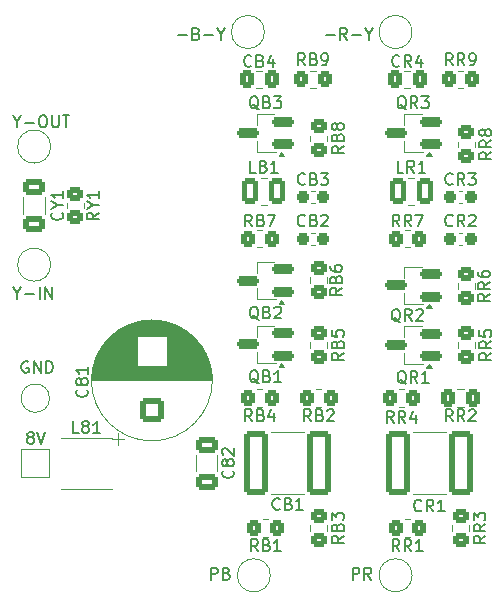
<source format=gto>
%TF.GenerationSoftware,KiCad,Pcbnew,9.0.4*%
%TF.CreationDate,2025-09-17T14:50:29+08:00*%
%TF.ProjectId,YUV Circuit,59555620-4369-4726-9375-69742e6b6963,rev?*%
%TF.SameCoordinates,Original*%
%TF.FileFunction,Legend,Top*%
%TF.FilePolarity,Positive*%
%FSLAX46Y46*%
G04 Gerber Fmt 4.6, Leading zero omitted, Abs format (unit mm)*
G04 Created by KiCad (PCBNEW 9.0.4) date 2025-09-17 14:50:29*
%MOMM*%
%LPD*%
G01*
G04 APERTURE LIST*
G04 Aperture macros list*
%AMRoundRect*
0 Rectangle with rounded corners*
0 $1 Rounding radius*
0 $2 $3 $4 $5 $6 $7 $8 $9 X,Y pos of 4 corners*
0 Add a 4 corners polygon primitive as box body*
4,1,4,$2,$3,$4,$5,$6,$7,$8,$9,$2,$3,0*
0 Add four circle primitives for the rounded corners*
1,1,$1+$1,$2,$3*
1,1,$1+$1,$4,$5*
1,1,$1+$1,$6,$7*
1,1,$1+$1,$8,$9*
0 Add four rect primitives between the rounded corners*
20,1,$1+$1,$2,$3,$4,$5,0*
20,1,$1+$1,$4,$5,$6,$7,0*
20,1,$1+$1,$6,$7,$8,$9,0*
20,1,$1+$1,$8,$9,$2,$3,0*%
G04 Aperture macros list end*
%ADD10C,0.200000*%
%ADD11C,0.150000*%
%ADD12C,0.120000*%
%ADD13RoundRect,0.250000X-0.450000X0.350000X-0.450000X-0.350000X0.450000X-0.350000X0.450000X0.350000X0*%
%ADD14C,5.600000*%
%ADD15C,2.000000*%
%ADD16RoundRect,0.250000X-0.337500X-0.475000X0.337500X-0.475000X0.337500X0.475000X-0.337500X0.475000X0*%
%ADD17RoundRect,0.250000X0.350000X0.450000X-0.350000X0.450000X-0.350000X-0.450000X0.350000X-0.450000X0*%
%ADD18RoundRect,0.250000X0.450000X-0.350000X0.450000X0.350000X-0.450000X0.350000X-0.450000X-0.350000X0*%
%ADD19RoundRect,0.250000X0.337500X0.475000X-0.337500X0.475000X-0.337500X-0.475000X0.337500X-0.475000X0*%
%ADD20RoundRect,0.200000X0.750000X0.200000X-0.750000X0.200000X-0.750000X-0.200000X0.750000X-0.200000X0*%
%ADD21R,2.000000X2.000000*%
%ADD22RoundRect,0.249999X0.737501X2.450001X-0.737501X2.450001X-0.737501X-2.450001X0.737501X-2.450001X0*%
%ADD23RoundRect,0.237500X0.300000X0.237500X-0.300000X0.237500X-0.300000X-0.237500X0.300000X-0.237500X0*%
%ADD24RoundRect,0.250001X-0.462499X-0.849999X0.462499X-0.849999X0.462499X0.849999X-0.462499X0.849999X0*%
%ADD25RoundRect,0.250000X-0.350000X-0.450000X0.350000X-0.450000X0.350000X0.450000X-0.350000X0.450000X0*%
%ADD26R,0.980000X3.400000*%
%ADD27RoundRect,0.250000X0.750000X-0.750000X0.750000X0.750000X-0.750000X0.750000X-0.750000X-0.750000X0*%
%ADD28RoundRect,0.250000X0.650000X-0.412500X0.650000X0.412500X-0.650000X0.412500X-0.650000X-0.412500X0*%
%ADD29RoundRect,0.250000X-0.650000X0.412500X-0.650000X-0.412500X0.650000X-0.412500X0.650000X0.412500X0*%
G04 APERTURE END LIST*
D10*
X150460149Y-96591028D02*
X150460149Y-97067219D01*
X150126816Y-96067219D02*
X150460149Y-96591028D01*
X150460149Y-96591028D02*
X150793482Y-96067219D01*
X151126816Y-96686266D02*
X151888721Y-96686266D01*
X152555387Y-96067219D02*
X152745863Y-96067219D01*
X152745863Y-96067219D02*
X152841101Y-96114838D01*
X152841101Y-96114838D02*
X152936339Y-96210076D01*
X152936339Y-96210076D02*
X152983958Y-96400552D01*
X152983958Y-96400552D02*
X152983958Y-96733885D01*
X152983958Y-96733885D02*
X152936339Y-96924361D01*
X152936339Y-96924361D02*
X152841101Y-97019600D01*
X152841101Y-97019600D02*
X152745863Y-97067219D01*
X152745863Y-97067219D02*
X152555387Y-97067219D01*
X152555387Y-97067219D02*
X152460149Y-97019600D01*
X152460149Y-97019600D02*
X152364911Y-96924361D01*
X152364911Y-96924361D02*
X152317292Y-96733885D01*
X152317292Y-96733885D02*
X152317292Y-96400552D01*
X152317292Y-96400552D02*
X152364911Y-96210076D01*
X152364911Y-96210076D02*
X152460149Y-96114838D01*
X152460149Y-96114838D02*
X152555387Y-96067219D01*
X153412530Y-96067219D02*
X153412530Y-96876742D01*
X153412530Y-96876742D02*
X153460149Y-96971980D01*
X153460149Y-96971980D02*
X153507768Y-97019600D01*
X153507768Y-97019600D02*
X153603006Y-97067219D01*
X153603006Y-97067219D02*
X153793482Y-97067219D01*
X153793482Y-97067219D02*
X153888720Y-97019600D01*
X153888720Y-97019600D02*
X153936339Y-96971980D01*
X153936339Y-96971980D02*
X153983958Y-96876742D01*
X153983958Y-96876742D02*
X153983958Y-96067219D01*
X154317292Y-96067219D02*
X154888720Y-96067219D01*
X154603006Y-97067219D02*
X154603006Y-96067219D01*
X178869673Y-135367219D02*
X178869673Y-134367219D01*
X178869673Y-134367219D02*
X179250625Y-134367219D01*
X179250625Y-134367219D02*
X179345863Y-134414838D01*
X179345863Y-134414838D02*
X179393482Y-134462457D01*
X179393482Y-134462457D02*
X179441101Y-134557695D01*
X179441101Y-134557695D02*
X179441101Y-134700552D01*
X179441101Y-134700552D02*
X179393482Y-134795790D01*
X179393482Y-134795790D02*
X179345863Y-134843409D01*
X179345863Y-134843409D02*
X179250625Y-134891028D01*
X179250625Y-134891028D02*
X178869673Y-134891028D01*
X180441101Y-135367219D02*
X180107768Y-134891028D01*
X179869673Y-135367219D02*
X179869673Y-134367219D01*
X179869673Y-134367219D02*
X180250625Y-134367219D01*
X180250625Y-134367219D02*
X180345863Y-134414838D01*
X180345863Y-134414838D02*
X180393482Y-134462457D01*
X180393482Y-134462457D02*
X180441101Y-134557695D01*
X180441101Y-134557695D02*
X180441101Y-134700552D01*
X180441101Y-134700552D02*
X180393482Y-134795790D01*
X180393482Y-134795790D02*
X180345863Y-134843409D01*
X180345863Y-134843409D02*
X180250625Y-134891028D01*
X180250625Y-134891028D02*
X179869673Y-134891028D01*
X151393482Y-116914838D02*
X151298244Y-116867219D01*
X151298244Y-116867219D02*
X151155387Y-116867219D01*
X151155387Y-116867219D02*
X151012530Y-116914838D01*
X151012530Y-116914838D02*
X150917292Y-117010076D01*
X150917292Y-117010076D02*
X150869673Y-117105314D01*
X150869673Y-117105314D02*
X150822054Y-117295790D01*
X150822054Y-117295790D02*
X150822054Y-117438647D01*
X150822054Y-117438647D02*
X150869673Y-117629123D01*
X150869673Y-117629123D02*
X150917292Y-117724361D01*
X150917292Y-117724361D02*
X151012530Y-117819600D01*
X151012530Y-117819600D02*
X151155387Y-117867219D01*
X151155387Y-117867219D02*
X151250625Y-117867219D01*
X151250625Y-117867219D02*
X151393482Y-117819600D01*
X151393482Y-117819600D02*
X151441101Y-117771980D01*
X151441101Y-117771980D02*
X151441101Y-117438647D01*
X151441101Y-117438647D02*
X151250625Y-117438647D01*
X151869673Y-117867219D02*
X151869673Y-116867219D01*
X151869673Y-116867219D02*
X152441101Y-117867219D01*
X152441101Y-117867219D02*
X152441101Y-116867219D01*
X152917292Y-117867219D02*
X152917292Y-116867219D01*
X152917292Y-116867219D02*
X153155387Y-116867219D01*
X153155387Y-116867219D02*
X153298244Y-116914838D01*
X153298244Y-116914838D02*
X153393482Y-117010076D01*
X153393482Y-117010076D02*
X153441101Y-117105314D01*
X153441101Y-117105314D02*
X153488720Y-117295790D01*
X153488720Y-117295790D02*
X153488720Y-117438647D01*
X153488720Y-117438647D02*
X153441101Y-117629123D01*
X153441101Y-117629123D02*
X153393482Y-117724361D01*
X153393482Y-117724361D02*
X153298244Y-117819600D01*
X153298244Y-117819600D02*
X153155387Y-117867219D01*
X153155387Y-117867219D02*
X152917292Y-117867219D01*
X166869673Y-135367219D02*
X166869673Y-134367219D01*
X166869673Y-134367219D02*
X167250625Y-134367219D01*
X167250625Y-134367219D02*
X167345863Y-134414838D01*
X167345863Y-134414838D02*
X167393482Y-134462457D01*
X167393482Y-134462457D02*
X167441101Y-134557695D01*
X167441101Y-134557695D02*
X167441101Y-134700552D01*
X167441101Y-134700552D02*
X167393482Y-134795790D01*
X167393482Y-134795790D02*
X167345863Y-134843409D01*
X167345863Y-134843409D02*
X167250625Y-134891028D01*
X167250625Y-134891028D02*
X166869673Y-134891028D01*
X168203006Y-134843409D02*
X168345863Y-134891028D01*
X168345863Y-134891028D02*
X168393482Y-134938647D01*
X168393482Y-134938647D02*
X168441101Y-135033885D01*
X168441101Y-135033885D02*
X168441101Y-135176742D01*
X168441101Y-135176742D02*
X168393482Y-135271980D01*
X168393482Y-135271980D02*
X168345863Y-135319600D01*
X168345863Y-135319600D02*
X168250625Y-135367219D01*
X168250625Y-135367219D02*
X167869673Y-135367219D01*
X167869673Y-135367219D02*
X167869673Y-134367219D01*
X167869673Y-134367219D02*
X168203006Y-134367219D01*
X168203006Y-134367219D02*
X168298244Y-134414838D01*
X168298244Y-134414838D02*
X168345863Y-134462457D01*
X168345863Y-134462457D02*
X168393482Y-134557695D01*
X168393482Y-134557695D02*
X168393482Y-134652933D01*
X168393482Y-134652933D02*
X168345863Y-134748171D01*
X168345863Y-134748171D02*
X168298244Y-134795790D01*
X168298244Y-134795790D02*
X168203006Y-134843409D01*
X168203006Y-134843409D02*
X167869673Y-134843409D01*
X151512530Y-123295790D02*
X151417292Y-123248171D01*
X151417292Y-123248171D02*
X151369673Y-123200552D01*
X151369673Y-123200552D02*
X151322054Y-123105314D01*
X151322054Y-123105314D02*
X151322054Y-123057695D01*
X151322054Y-123057695D02*
X151369673Y-122962457D01*
X151369673Y-122962457D02*
X151417292Y-122914838D01*
X151417292Y-122914838D02*
X151512530Y-122867219D01*
X151512530Y-122867219D02*
X151703006Y-122867219D01*
X151703006Y-122867219D02*
X151798244Y-122914838D01*
X151798244Y-122914838D02*
X151845863Y-122962457D01*
X151845863Y-122962457D02*
X151893482Y-123057695D01*
X151893482Y-123057695D02*
X151893482Y-123105314D01*
X151893482Y-123105314D02*
X151845863Y-123200552D01*
X151845863Y-123200552D02*
X151798244Y-123248171D01*
X151798244Y-123248171D02*
X151703006Y-123295790D01*
X151703006Y-123295790D02*
X151512530Y-123295790D01*
X151512530Y-123295790D02*
X151417292Y-123343409D01*
X151417292Y-123343409D02*
X151369673Y-123391028D01*
X151369673Y-123391028D02*
X151322054Y-123486266D01*
X151322054Y-123486266D02*
X151322054Y-123676742D01*
X151322054Y-123676742D02*
X151369673Y-123771980D01*
X151369673Y-123771980D02*
X151417292Y-123819600D01*
X151417292Y-123819600D02*
X151512530Y-123867219D01*
X151512530Y-123867219D02*
X151703006Y-123867219D01*
X151703006Y-123867219D02*
X151798244Y-123819600D01*
X151798244Y-123819600D02*
X151845863Y-123771980D01*
X151845863Y-123771980D02*
X151893482Y-123676742D01*
X151893482Y-123676742D02*
X151893482Y-123486266D01*
X151893482Y-123486266D02*
X151845863Y-123391028D01*
X151845863Y-123391028D02*
X151798244Y-123343409D01*
X151798244Y-123343409D02*
X151703006Y-123295790D01*
X152179197Y-122867219D02*
X152512530Y-123867219D01*
X152512530Y-123867219D02*
X152845863Y-122867219D01*
X164069673Y-89286266D02*
X164831578Y-89286266D01*
X165641101Y-89143409D02*
X165783958Y-89191028D01*
X165783958Y-89191028D02*
X165831577Y-89238647D01*
X165831577Y-89238647D02*
X165879196Y-89333885D01*
X165879196Y-89333885D02*
X165879196Y-89476742D01*
X165879196Y-89476742D02*
X165831577Y-89571980D01*
X165831577Y-89571980D02*
X165783958Y-89619600D01*
X165783958Y-89619600D02*
X165688720Y-89667219D01*
X165688720Y-89667219D02*
X165307768Y-89667219D01*
X165307768Y-89667219D02*
X165307768Y-88667219D01*
X165307768Y-88667219D02*
X165641101Y-88667219D01*
X165641101Y-88667219D02*
X165736339Y-88714838D01*
X165736339Y-88714838D02*
X165783958Y-88762457D01*
X165783958Y-88762457D02*
X165831577Y-88857695D01*
X165831577Y-88857695D02*
X165831577Y-88952933D01*
X165831577Y-88952933D02*
X165783958Y-89048171D01*
X165783958Y-89048171D02*
X165736339Y-89095790D01*
X165736339Y-89095790D02*
X165641101Y-89143409D01*
X165641101Y-89143409D02*
X165307768Y-89143409D01*
X166307768Y-89286266D02*
X167069673Y-89286266D01*
X167736339Y-89191028D02*
X167736339Y-89667219D01*
X167403006Y-88667219D02*
X167736339Y-89191028D01*
X167736339Y-89191028D02*
X168069672Y-88667219D01*
X150460149Y-111091028D02*
X150460149Y-111567219D01*
X150126816Y-110567219D02*
X150460149Y-111091028D01*
X150460149Y-111091028D02*
X150793482Y-110567219D01*
X151126816Y-111186266D02*
X151888721Y-111186266D01*
X152364911Y-111567219D02*
X152364911Y-110567219D01*
X152841101Y-111567219D02*
X152841101Y-110567219D01*
X152841101Y-110567219D02*
X153412529Y-111567219D01*
X153412529Y-111567219D02*
X153412529Y-110567219D01*
X176569673Y-89286266D02*
X177331578Y-89286266D01*
X178379196Y-89667219D02*
X178045863Y-89191028D01*
X177807768Y-89667219D02*
X177807768Y-88667219D01*
X177807768Y-88667219D02*
X178188720Y-88667219D01*
X178188720Y-88667219D02*
X178283958Y-88714838D01*
X178283958Y-88714838D02*
X178331577Y-88762457D01*
X178331577Y-88762457D02*
X178379196Y-88857695D01*
X178379196Y-88857695D02*
X178379196Y-89000552D01*
X178379196Y-89000552D02*
X178331577Y-89095790D01*
X178331577Y-89095790D02*
X178283958Y-89143409D01*
X178283958Y-89143409D02*
X178188720Y-89191028D01*
X178188720Y-89191028D02*
X177807768Y-89191028D01*
X178807768Y-89286266D02*
X179569673Y-89286266D01*
X180236339Y-89191028D02*
X180236339Y-89667219D01*
X179903006Y-88667219D02*
X180236339Y-89191028D01*
X180236339Y-89191028D02*
X180569672Y-88667219D01*
D11*
X190454819Y-111166666D02*
X189978628Y-111499999D01*
X190454819Y-111738094D02*
X189454819Y-111738094D01*
X189454819Y-111738094D02*
X189454819Y-111357142D01*
X189454819Y-111357142D02*
X189502438Y-111261904D01*
X189502438Y-111261904D02*
X189550057Y-111214285D01*
X189550057Y-111214285D02*
X189645295Y-111166666D01*
X189645295Y-111166666D02*
X189788152Y-111166666D01*
X189788152Y-111166666D02*
X189883390Y-111214285D01*
X189883390Y-111214285D02*
X189931009Y-111261904D01*
X189931009Y-111261904D02*
X189978628Y-111357142D01*
X189978628Y-111357142D02*
X189978628Y-111738094D01*
X190454819Y-110166666D02*
X189978628Y-110499999D01*
X190454819Y-110738094D02*
X189454819Y-110738094D01*
X189454819Y-110738094D02*
X189454819Y-110357142D01*
X189454819Y-110357142D02*
X189502438Y-110261904D01*
X189502438Y-110261904D02*
X189550057Y-110214285D01*
X189550057Y-110214285D02*
X189645295Y-110166666D01*
X189645295Y-110166666D02*
X189788152Y-110166666D01*
X189788152Y-110166666D02*
X189883390Y-110214285D01*
X189883390Y-110214285D02*
X189931009Y-110261904D01*
X189931009Y-110261904D02*
X189978628Y-110357142D01*
X189978628Y-110357142D02*
X189978628Y-110738094D01*
X189454819Y-109309523D02*
X189454819Y-109499999D01*
X189454819Y-109499999D02*
X189502438Y-109595237D01*
X189502438Y-109595237D02*
X189550057Y-109642856D01*
X189550057Y-109642856D02*
X189692914Y-109738094D01*
X189692914Y-109738094D02*
X189883390Y-109785713D01*
X189883390Y-109785713D02*
X190264342Y-109785713D01*
X190264342Y-109785713D02*
X190359580Y-109738094D01*
X190359580Y-109738094D02*
X190407200Y-109690475D01*
X190407200Y-109690475D02*
X190454819Y-109595237D01*
X190454819Y-109595237D02*
X190454819Y-109404761D01*
X190454819Y-109404761D02*
X190407200Y-109309523D01*
X190407200Y-109309523D02*
X190359580Y-109261904D01*
X190359580Y-109261904D02*
X190264342Y-109214285D01*
X190264342Y-109214285D02*
X190026247Y-109214285D01*
X190026247Y-109214285D02*
X189931009Y-109261904D01*
X189931009Y-109261904D02*
X189883390Y-109309523D01*
X189883390Y-109309523D02*
X189835771Y-109404761D01*
X189835771Y-109404761D02*
X189835771Y-109595237D01*
X189835771Y-109595237D02*
X189883390Y-109690475D01*
X189883390Y-109690475D02*
X189931009Y-109738094D01*
X189931009Y-109738094D02*
X190026247Y-109785713D01*
X190104819Y-131666666D02*
X189628628Y-131999999D01*
X190104819Y-132238094D02*
X189104819Y-132238094D01*
X189104819Y-132238094D02*
X189104819Y-131857142D01*
X189104819Y-131857142D02*
X189152438Y-131761904D01*
X189152438Y-131761904D02*
X189200057Y-131714285D01*
X189200057Y-131714285D02*
X189295295Y-131666666D01*
X189295295Y-131666666D02*
X189438152Y-131666666D01*
X189438152Y-131666666D02*
X189533390Y-131714285D01*
X189533390Y-131714285D02*
X189581009Y-131761904D01*
X189581009Y-131761904D02*
X189628628Y-131857142D01*
X189628628Y-131857142D02*
X189628628Y-132238094D01*
X190104819Y-130666666D02*
X189628628Y-130999999D01*
X190104819Y-131238094D02*
X189104819Y-131238094D01*
X189104819Y-131238094D02*
X189104819Y-130857142D01*
X189104819Y-130857142D02*
X189152438Y-130761904D01*
X189152438Y-130761904D02*
X189200057Y-130714285D01*
X189200057Y-130714285D02*
X189295295Y-130666666D01*
X189295295Y-130666666D02*
X189438152Y-130666666D01*
X189438152Y-130666666D02*
X189533390Y-130714285D01*
X189533390Y-130714285D02*
X189581009Y-130761904D01*
X189581009Y-130761904D02*
X189628628Y-130857142D01*
X189628628Y-130857142D02*
X189628628Y-131238094D01*
X189104819Y-130333332D02*
X189104819Y-129714285D01*
X189104819Y-129714285D02*
X189485771Y-130047618D01*
X189485771Y-130047618D02*
X189485771Y-129904761D01*
X189485771Y-129904761D02*
X189533390Y-129809523D01*
X189533390Y-129809523D02*
X189581009Y-129761904D01*
X189581009Y-129761904D02*
X189676247Y-129714285D01*
X189676247Y-129714285D02*
X189914342Y-129714285D01*
X189914342Y-129714285D02*
X190009580Y-129761904D01*
X190009580Y-129761904D02*
X190057200Y-129809523D01*
X190057200Y-129809523D02*
X190104819Y-129904761D01*
X190104819Y-129904761D02*
X190104819Y-130190475D01*
X190104819Y-130190475D02*
X190057200Y-130285713D01*
X190057200Y-130285713D02*
X190009580Y-130333332D01*
X187333333Y-121954819D02*
X187000000Y-121478628D01*
X186761905Y-121954819D02*
X186761905Y-120954819D01*
X186761905Y-120954819D02*
X187142857Y-120954819D01*
X187142857Y-120954819D02*
X187238095Y-121002438D01*
X187238095Y-121002438D02*
X187285714Y-121050057D01*
X187285714Y-121050057D02*
X187333333Y-121145295D01*
X187333333Y-121145295D02*
X187333333Y-121288152D01*
X187333333Y-121288152D02*
X187285714Y-121383390D01*
X187285714Y-121383390D02*
X187238095Y-121431009D01*
X187238095Y-121431009D02*
X187142857Y-121478628D01*
X187142857Y-121478628D02*
X186761905Y-121478628D01*
X188333333Y-121954819D02*
X188000000Y-121478628D01*
X187761905Y-121954819D02*
X187761905Y-120954819D01*
X187761905Y-120954819D02*
X188142857Y-120954819D01*
X188142857Y-120954819D02*
X188238095Y-121002438D01*
X188238095Y-121002438D02*
X188285714Y-121050057D01*
X188285714Y-121050057D02*
X188333333Y-121145295D01*
X188333333Y-121145295D02*
X188333333Y-121288152D01*
X188333333Y-121288152D02*
X188285714Y-121383390D01*
X188285714Y-121383390D02*
X188238095Y-121431009D01*
X188238095Y-121431009D02*
X188142857Y-121478628D01*
X188142857Y-121478628D02*
X187761905Y-121478628D01*
X188714286Y-121050057D02*
X188761905Y-121002438D01*
X188761905Y-121002438D02*
X188857143Y-120954819D01*
X188857143Y-120954819D02*
X189095238Y-120954819D01*
X189095238Y-120954819D02*
X189190476Y-121002438D01*
X189190476Y-121002438D02*
X189238095Y-121050057D01*
X189238095Y-121050057D02*
X189285714Y-121145295D01*
X189285714Y-121145295D02*
X189285714Y-121240533D01*
X189285714Y-121240533D02*
X189238095Y-121383390D01*
X189238095Y-121383390D02*
X188666667Y-121954819D01*
X188666667Y-121954819D02*
X189285714Y-121954819D01*
X182833333Y-105454819D02*
X182500000Y-104978628D01*
X182261905Y-105454819D02*
X182261905Y-104454819D01*
X182261905Y-104454819D02*
X182642857Y-104454819D01*
X182642857Y-104454819D02*
X182738095Y-104502438D01*
X182738095Y-104502438D02*
X182785714Y-104550057D01*
X182785714Y-104550057D02*
X182833333Y-104645295D01*
X182833333Y-104645295D02*
X182833333Y-104788152D01*
X182833333Y-104788152D02*
X182785714Y-104883390D01*
X182785714Y-104883390D02*
X182738095Y-104931009D01*
X182738095Y-104931009D02*
X182642857Y-104978628D01*
X182642857Y-104978628D02*
X182261905Y-104978628D01*
X183833333Y-105454819D02*
X183500000Y-104978628D01*
X183261905Y-105454819D02*
X183261905Y-104454819D01*
X183261905Y-104454819D02*
X183642857Y-104454819D01*
X183642857Y-104454819D02*
X183738095Y-104502438D01*
X183738095Y-104502438D02*
X183785714Y-104550057D01*
X183785714Y-104550057D02*
X183833333Y-104645295D01*
X183833333Y-104645295D02*
X183833333Y-104788152D01*
X183833333Y-104788152D02*
X183785714Y-104883390D01*
X183785714Y-104883390D02*
X183738095Y-104931009D01*
X183738095Y-104931009D02*
X183642857Y-104978628D01*
X183642857Y-104978628D02*
X183261905Y-104978628D01*
X184166667Y-104454819D02*
X184833333Y-104454819D01*
X184833333Y-104454819D02*
X184404762Y-105454819D01*
X157354819Y-104295238D02*
X156878628Y-104628571D01*
X157354819Y-104866666D02*
X156354819Y-104866666D01*
X156354819Y-104866666D02*
X156354819Y-104485714D01*
X156354819Y-104485714D02*
X156402438Y-104390476D01*
X156402438Y-104390476D02*
X156450057Y-104342857D01*
X156450057Y-104342857D02*
X156545295Y-104295238D01*
X156545295Y-104295238D02*
X156688152Y-104295238D01*
X156688152Y-104295238D02*
X156783390Y-104342857D01*
X156783390Y-104342857D02*
X156831009Y-104390476D01*
X156831009Y-104390476D02*
X156878628Y-104485714D01*
X156878628Y-104485714D02*
X156878628Y-104866666D01*
X156878628Y-103676190D02*
X157354819Y-103676190D01*
X156354819Y-104009523D02*
X156878628Y-103676190D01*
X156878628Y-103676190D02*
X156354819Y-103342857D01*
X157354819Y-102485714D02*
X157354819Y-103057142D01*
X157354819Y-102771428D02*
X156354819Y-102771428D01*
X156354819Y-102771428D02*
X156497676Y-102866666D01*
X156497676Y-102866666D02*
X156592914Y-102961904D01*
X156592914Y-102961904D02*
X156640533Y-103057142D01*
X170295833Y-91859580D02*
X170248214Y-91907200D01*
X170248214Y-91907200D02*
X170105357Y-91954819D01*
X170105357Y-91954819D02*
X170010119Y-91954819D01*
X170010119Y-91954819D02*
X169867262Y-91907200D01*
X169867262Y-91907200D02*
X169772024Y-91811961D01*
X169772024Y-91811961D02*
X169724405Y-91716723D01*
X169724405Y-91716723D02*
X169676786Y-91526247D01*
X169676786Y-91526247D02*
X169676786Y-91383390D01*
X169676786Y-91383390D02*
X169724405Y-91192914D01*
X169724405Y-91192914D02*
X169772024Y-91097676D01*
X169772024Y-91097676D02*
X169867262Y-91002438D01*
X169867262Y-91002438D02*
X170010119Y-90954819D01*
X170010119Y-90954819D02*
X170105357Y-90954819D01*
X170105357Y-90954819D02*
X170248214Y-91002438D01*
X170248214Y-91002438D02*
X170295833Y-91050057D01*
X171057738Y-91431009D02*
X171200595Y-91478628D01*
X171200595Y-91478628D02*
X171248214Y-91526247D01*
X171248214Y-91526247D02*
X171295833Y-91621485D01*
X171295833Y-91621485D02*
X171295833Y-91764342D01*
X171295833Y-91764342D02*
X171248214Y-91859580D01*
X171248214Y-91859580D02*
X171200595Y-91907200D01*
X171200595Y-91907200D02*
X171105357Y-91954819D01*
X171105357Y-91954819D02*
X170724405Y-91954819D01*
X170724405Y-91954819D02*
X170724405Y-90954819D01*
X170724405Y-90954819D02*
X171057738Y-90954819D01*
X171057738Y-90954819D02*
X171152976Y-91002438D01*
X171152976Y-91002438D02*
X171200595Y-91050057D01*
X171200595Y-91050057D02*
X171248214Y-91145295D01*
X171248214Y-91145295D02*
X171248214Y-91240533D01*
X171248214Y-91240533D02*
X171200595Y-91335771D01*
X171200595Y-91335771D02*
X171152976Y-91383390D01*
X171152976Y-91383390D02*
X171057738Y-91431009D01*
X171057738Y-91431009D02*
X170724405Y-91431009D01*
X172152976Y-91288152D02*
X172152976Y-91954819D01*
X171914881Y-90907200D02*
X171676786Y-91621485D01*
X171676786Y-91621485D02*
X172295833Y-91621485D01*
X182904761Y-113565057D02*
X182809523Y-113517438D01*
X182809523Y-113517438D02*
X182714285Y-113422200D01*
X182714285Y-113422200D02*
X182571428Y-113279342D01*
X182571428Y-113279342D02*
X182476190Y-113231723D01*
X182476190Y-113231723D02*
X182380952Y-113231723D01*
X182428571Y-113469819D02*
X182333333Y-113422200D01*
X182333333Y-113422200D02*
X182238095Y-113326961D01*
X182238095Y-113326961D02*
X182190476Y-113136485D01*
X182190476Y-113136485D02*
X182190476Y-112803152D01*
X182190476Y-112803152D02*
X182238095Y-112612676D01*
X182238095Y-112612676D02*
X182333333Y-112517438D01*
X182333333Y-112517438D02*
X182428571Y-112469819D01*
X182428571Y-112469819D02*
X182619047Y-112469819D01*
X182619047Y-112469819D02*
X182714285Y-112517438D01*
X182714285Y-112517438D02*
X182809523Y-112612676D01*
X182809523Y-112612676D02*
X182857142Y-112803152D01*
X182857142Y-112803152D02*
X182857142Y-113136485D01*
X182857142Y-113136485D02*
X182809523Y-113326961D01*
X182809523Y-113326961D02*
X182714285Y-113422200D01*
X182714285Y-113422200D02*
X182619047Y-113469819D01*
X182619047Y-113469819D02*
X182428571Y-113469819D01*
X183857142Y-113469819D02*
X183523809Y-112993628D01*
X183285714Y-113469819D02*
X183285714Y-112469819D01*
X183285714Y-112469819D02*
X183666666Y-112469819D01*
X183666666Y-112469819D02*
X183761904Y-112517438D01*
X183761904Y-112517438D02*
X183809523Y-112565057D01*
X183809523Y-112565057D02*
X183857142Y-112660295D01*
X183857142Y-112660295D02*
X183857142Y-112803152D01*
X183857142Y-112803152D02*
X183809523Y-112898390D01*
X183809523Y-112898390D02*
X183761904Y-112946009D01*
X183761904Y-112946009D02*
X183666666Y-112993628D01*
X183666666Y-112993628D02*
X183285714Y-112993628D01*
X184238095Y-112565057D02*
X184285714Y-112517438D01*
X184285714Y-112517438D02*
X184380952Y-112469819D01*
X184380952Y-112469819D02*
X184619047Y-112469819D01*
X184619047Y-112469819D02*
X184714285Y-112517438D01*
X184714285Y-112517438D02*
X184761904Y-112565057D01*
X184761904Y-112565057D02*
X184809523Y-112660295D01*
X184809523Y-112660295D02*
X184809523Y-112755533D01*
X184809523Y-112755533D02*
X184761904Y-112898390D01*
X184761904Y-112898390D02*
X184190476Y-113469819D01*
X184190476Y-113469819D02*
X184809523Y-113469819D01*
X178104819Y-98666666D02*
X177628628Y-98999999D01*
X178104819Y-99238094D02*
X177104819Y-99238094D01*
X177104819Y-99238094D02*
X177104819Y-98857142D01*
X177104819Y-98857142D02*
X177152438Y-98761904D01*
X177152438Y-98761904D02*
X177200057Y-98714285D01*
X177200057Y-98714285D02*
X177295295Y-98666666D01*
X177295295Y-98666666D02*
X177438152Y-98666666D01*
X177438152Y-98666666D02*
X177533390Y-98714285D01*
X177533390Y-98714285D02*
X177581009Y-98761904D01*
X177581009Y-98761904D02*
X177628628Y-98857142D01*
X177628628Y-98857142D02*
X177628628Y-99238094D01*
X177581009Y-97904761D02*
X177628628Y-97761904D01*
X177628628Y-97761904D02*
X177676247Y-97714285D01*
X177676247Y-97714285D02*
X177771485Y-97666666D01*
X177771485Y-97666666D02*
X177914342Y-97666666D01*
X177914342Y-97666666D02*
X178009580Y-97714285D01*
X178009580Y-97714285D02*
X178057200Y-97761904D01*
X178057200Y-97761904D02*
X178104819Y-97857142D01*
X178104819Y-97857142D02*
X178104819Y-98238094D01*
X178104819Y-98238094D02*
X177104819Y-98238094D01*
X177104819Y-98238094D02*
X177104819Y-97904761D01*
X177104819Y-97904761D02*
X177152438Y-97809523D01*
X177152438Y-97809523D02*
X177200057Y-97761904D01*
X177200057Y-97761904D02*
X177295295Y-97714285D01*
X177295295Y-97714285D02*
X177390533Y-97714285D01*
X177390533Y-97714285D02*
X177485771Y-97761904D01*
X177485771Y-97761904D02*
X177533390Y-97809523D01*
X177533390Y-97809523D02*
X177581009Y-97904761D01*
X177581009Y-97904761D02*
X177581009Y-98238094D01*
X177533390Y-97095237D02*
X177485771Y-97190475D01*
X177485771Y-97190475D02*
X177438152Y-97238094D01*
X177438152Y-97238094D02*
X177342914Y-97285713D01*
X177342914Y-97285713D02*
X177295295Y-97285713D01*
X177295295Y-97285713D02*
X177200057Y-97238094D01*
X177200057Y-97238094D02*
X177152438Y-97190475D01*
X177152438Y-97190475D02*
X177104819Y-97095237D01*
X177104819Y-97095237D02*
X177104819Y-96904761D01*
X177104819Y-96904761D02*
X177152438Y-96809523D01*
X177152438Y-96809523D02*
X177200057Y-96761904D01*
X177200057Y-96761904D02*
X177295295Y-96714285D01*
X177295295Y-96714285D02*
X177342914Y-96714285D01*
X177342914Y-96714285D02*
X177438152Y-96761904D01*
X177438152Y-96761904D02*
X177485771Y-96809523D01*
X177485771Y-96809523D02*
X177533390Y-96904761D01*
X177533390Y-96904761D02*
X177533390Y-97095237D01*
X177533390Y-97095237D02*
X177581009Y-97190475D01*
X177581009Y-97190475D02*
X177628628Y-97238094D01*
X177628628Y-97238094D02*
X177723866Y-97285713D01*
X177723866Y-97285713D02*
X177914342Y-97285713D01*
X177914342Y-97285713D02*
X178009580Y-97238094D01*
X178009580Y-97238094D02*
X178057200Y-97190475D01*
X178057200Y-97190475D02*
X178104819Y-97095237D01*
X178104819Y-97095237D02*
X178104819Y-96904761D01*
X178104819Y-96904761D02*
X178057200Y-96809523D01*
X178057200Y-96809523D02*
X178009580Y-96761904D01*
X178009580Y-96761904D02*
X177914342Y-96714285D01*
X177914342Y-96714285D02*
X177723866Y-96714285D01*
X177723866Y-96714285D02*
X177628628Y-96761904D01*
X177628628Y-96761904D02*
X177581009Y-96809523D01*
X177581009Y-96809523D02*
X177533390Y-96904761D01*
X170904761Y-113350057D02*
X170809523Y-113302438D01*
X170809523Y-113302438D02*
X170714285Y-113207200D01*
X170714285Y-113207200D02*
X170571428Y-113064342D01*
X170571428Y-113064342D02*
X170476190Y-113016723D01*
X170476190Y-113016723D02*
X170380952Y-113016723D01*
X170428571Y-113254819D02*
X170333333Y-113207200D01*
X170333333Y-113207200D02*
X170238095Y-113111961D01*
X170238095Y-113111961D02*
X170190476Y-112921485D01*
X170190476Y-112921485D02*
X170190476Y-112588152D01*
X170190476Y-112588152D02*
X170238095Y-112397676D01*
X170238095Y-112397676D02*
X170333333Y-112302438D01*
X170333333Y-112302438D02*
X170428571Y-112254819D01*
X170428571Y-112254819D02*
X170619047Y-112254819D01*
X170619047Y-112254819D02*
X170714285Y-112302438D01*
X170714285Y-112302438D02*
X170809523Y-112397676D01*
X170809523Y-112397676D02*
X170857142Y-112588152D01*
X170857142Y-112588152D02*
X170857142Y-112921485D01*
X170857142Y-112921485D02*
X170809523Y-113111961D01*
X170809523Y-113111961D02*
X170714285Y-113207200D01*
X170714285Y-113207200D02*
X170619047Y-113254819D01*
X170619047Y-113254819D02*
X170428571Y-113254819D01*
X171619047Y-112731009D02*
X171761904Y-112778628D01*
X171761904Y-112778628D02*
X171809523Y-112826247D01*
X171809523Y-112826247D02*
X171857142Y-112921485D01*
X171857142Y-112921485D02*
X171857142Y-113064342D01*
X171857142Y-113064342D02*
X171809523Y-113159580D01*
X171809523Y-113159580D02*
X171761904Y-113207200D01*
X171761904Y-113207200D02*
X171666666Y-113254819D01*
X171666666Y-113254819D02*
X171285714Y-113254819D01*
X171285714Y-113254819D02*
X171285714Y-112254819D01*
X171285714Y-112254819D02*
X171619047Y-112254819D01*
X171619047Y-112254819D02*
X171714285Y-112302438D01*
X171714285Y-112302438D02*
X171761904Y-112350057D01*
X171761904Y-112350057D02*
X171809523Y-112445295D01*
X171809523Y-112445295D02*
X171809523Y-112540533D01*
X171809523Y-112540533D02*
X171761904Y-112635771D01*
X171761904Y-112635771D02*
X171714285Y-112683390D01*
X171714285Y-112683390D02*
X171619047Y-112731009D01*
X171619047Y-112731009D02*
X171285714Y-112731009D01*
X172238095Y-112350057D02*
X172285714Y-112302438D01*
X172285714Y-112302438D02*
X172380952Y-112254819D01*
X172380952Y-112254819D02*
X172619047Y-112254819D01*
X172619047Y-112254819D02*
X172714285Y-112302438D01*
X172714285Y-112302438D02*
X172761904Y-112350057D01*
X172761904Y-112350057D02*
X172809523Y-112445295D01*
X172809523Y-112445295D02*
X172809523Y-112540533D01*
X172809523Y-112540533D02*
X172761904Y-112683390D01*
X172761904Y-112683390D02*
X172190476Y-113254819D01*
X172190476Y-113254819D02*
X172809523Y-113254819D01*
X184695833Y-129497080D02*
X184648214Y-129544700D01*
X184648214Y-129544700D02*
X184505357Y-129592319D01*
X184505357Y-129592319D02*
X184410119Y-129592319D01*
X184410119Y-129592319D02*
X184267262Y-129544700D01*
X184267262Y-129544700D02*
X184172024Y-129449461D01*
X184172024Y-129449461D02*
X184124405Y-129354223D01*
X184124405Y-129354223D02*
X184076786Y-129163747D01*
X184076786Y-129163747D02*
X184076786Y-129020890D01*
X184076786Y-129020890D02*
X184124405Y-128830414D01*
X184124405Y-128830414D02*
X184172024Y-128735176D01*
X184172024Y-128735176D02*
X184267262Y-128639938D01*
X184267262Y-128639938D02*
X184410119Y-128592319D01*
X184410119Y-128592319D02*
X184505357Y-128592319D01*
X184505357Y-128592319D02*
X184648214Y-128639938D01*
X184648214Y-128639938D02*
X184695833Y-128687557D01*
X185695833Y-129592319D02*
X185362500Y-129116128D01*
X185124405Y-129592319D02*
X185124405Y-128592319D01*
X185124405Y-128592319D02*
X185505357Y-128592319D01*
X185505357Y-128592319D02*
X185600595Y-128639938D01*
X185600595Y-128639938D02*
X185648214Y-128687557D01*
X185648214Y-128687557D02*
X185695833Y-128782795D01*
X185695833Y-128782795D02*
X185695833Y-128925652D01*
X185695833Y-128925652D02*
X185648214Y-129020890D01*
X185648214Y-129020890D02*
X185600595Y-129068509D01*
X185600595Y-129068509D02*
X185505357Y-129116128D01*
X185505357Y-129116128D02*
X185124405Y-129116128D01*
X186648214Y-129592319D02*
X186076786Y-129592319D01*
X186362500Y-129592319D02*
X186362500Y-128592319D01*
X186362500Y-128592319D02*
X186267262Y-128735176D01*
X186267262Y-128735176D02*
X186172024Y-128830414D01*
X186172024Y-128830414D02*
X186076786Y-128878033D01*
X174833333Y-105359580D02*
X174785714Y-105407200D01*
X174785714Y-105407200D02*
X174642857Y-105454819D01*
X174642857Y-105454819D02*
X174547619Y-105454819D01*
X174547619Y-105454819D02*
X174404762Y-105407200D01*
X174404762Y-105407200D02*
X174309524Y-105311961D01*
X174309524Y-105311961D02*
X174261905Y-105216723D01*
X174261905Y-105216723D02*
X174214286Y-105026247D01*
X174214286Y-105026247D02*
X174214286Y-104883390D01*
X174214286Y-104883390D02*
X174261905Y-104692914D01*
X174261905Y-104692914D02*
X174309524Y-104597676D01*
X174309524Y-104597676D02*
X174404762Y-104502438D01*
X174404762Y-104502438D02*
X174547619Y-104454819D01*
X174547619Y-104454819D02*
X174642857Y-104454819D01*
X174642857Y-104454819D02*
X174785714Y-104502438D01*
X174785714Y-104502438D02*
X174833333Y-104550057D01*
X175595238Y-104931009D02*
X175738095Y-104978628D01*
X175738095Y-104978628D02*
X175785714Y-105026247D01*
X175785714Y-105026247D02*
X175833333Y-105121485D01*
X175833333Y-105121485D02*
X175833333Y-105264342D01*
X175833333Y-105264342D02*
X175785714Y-105359580D01*
X175785714Y-105359580D02*
X175738095Y-105407200D01*
X175738095Y-105407200D02*
X175642857Y-105454819D01*
X175642857Y-105454819D02*
X175261905Y-105454819D01*
X175261905Y-105454819D02*
X175261905Y-104454819D01*
X175261905Y-104454819D02*
X175595238Y-104454819D01*
X175595238Y-104454819D02*
X175690476Y-104502438D01*
X175690476Y-104502438D02*
X175738095Y-104550057D01*
X175738095Y-104550057D02*
X175785714Y-104645295D01*
X175785714Y-104645295D02*
X175785714Y-104740533D01*
X175785714Y-104740533D02*
X175738095Y-104835771D01*
X175738095Y-104835771D02*
X175690476Y-104883390D01*
X175690476Y-104883390D02*
X175595238Y-104931009D01*
X175595238Y-104931009D02*
X175261905Y-104931009D01*
X176214286Y-104550057D02*
X176261905Y-104502438D01*
X176261905Y-104502438D02*
X176357143Y-104454819D01*
X176357143Y-104454819D02*
X176595238Y-104454819D01*
X176595238Y-104454819D02*
X176690476Y-104502438D01*
X176690476Y-104502438D02*
X176738095Y-104550057D01*
X176738095Y-104550057D02*
X176785714Y-104645295D01*
X176785714Y-104645295D02*
X176785714Y-104740533D01*
X176785714Y-104740533D02*
X176738095Y-104883390D01*
X176738095Y-104883390D02*
X176166667Y-105454819D01*
X176166667Y-105454819D02*
X176785714Y-105454819D01*
X170333333Y-105454819D02*
X170000000Y-104978628D01*
X169761905Y-105454819D02*
X169761905Y-104454819D01*
X169761905Y-104454819D02*
X170142857Y-104454819D01*
X170142857Y-104454819D02*
X170238095Y-104502438D01*
X170238095Y-104502438D02*
X170285714Y-104550057D01*
X170285714Y-104550057D02*
X170333333Y-104645295D01*
X170333333Y-104645295D02*
X170333333Y-104788152D01*
X170333333Y-104788152D02*
X170285714Y-104883390D01*
X170285714Y-104883390D02*
X170238095Y-104931009D01*
X170238095Y-104931009D02*
X170142857Y-104978628D01*
X170142857Y-104978628D02*
X169761905Y-104978628D01*
X171095238Y-104931009D02*
X171238095Y-104978628D01*
X171238095Y-104978628D02*
X171285714Y-105026247D01*
X171285714Y-105026247D02*
X171333333Y-105121485D01*
X171333333Y-105121485D02*
X171333333Y-105264342D01*
X171333333Y-105264342D02*
X171285714Y-105359580D01*
X171285714Y-105359580D02*
X171238095Y-105407200D01*
X171238095Y-105407200D02*
X171142857Y-105454819D01*
X171142857Y-105454819D02*
X170761905Y-105454819D01*
X170761905Y-105454819D02*
X170761905Y-104454819D01*
X170761905Y-104454819D02*
X171095238Y-104454819D01*
X171095238Y-104454819D02*
X171190476Y-104502438D01*
X171190476Y-104502438D02*
X171238095Y-104550057D01*
X171238095Y-104550057D02*
X171285714Y-104645295D01*
X171285714Y-104645295D02*
X171285714Y-104740533D01*
X171285714Y-104740533D02*
X171238095Y-104835771D01*
X171238095Y-104835771D02*
X171190476Y-104883390D01*
X171190476Y-104883390D02*
X171095238Y-104931009D01*
X171095238Y-104931009D02*
X170761905Y-104931009D01*
X171666667Y-104454819D02*
X172333333Y-104454819D01*
X172333333Y-104454819D02*
X171904762Y-105454819D01*
X170904761Y-118750057D02*
X170809523Y-118702438D01*
X170809523Y-118702438D02*
X170714285Y-118607200D01*
X170714285Y-118607200D02*
X170571428Y-118464342D01*
X170571428Y-118464342D02*
X170476190Y-118416723D01*
X170476190Y-118416723D02*
X170380952Y-118416723D01*
X170428571Y-118654819D02*
X170333333Y-118607200D01*
X170333333Y-118607200D02*
X170238095Y-118511961D01*
X170238095Y-118511961D02*
X170190476Y-118321485D01*
X170190476Y-118321485D02*
X170190476Y-117988152D01*
X170190476Y-117988152D02*
X170238095Y-117797676D01*
X170238095Y-117797676D02*
X170333333Y-117702438D01*
X170333333Y-117702438D02*
X170428571Y-117654819D01*
X170428571Y-117654819D02*
X170619047Y-117654819D01*
X170619047Y-117654819D02*
X170714285Y-117702438D01*
X170714285Y-117702438D02*
X170809523Y-117797676D01*
X170809523Y-117797676D02*
X170857142Y-117988152D01*
X170857142Y-117988152D02*
X170857142Y-118321485D01*
X170857142Y-118321485D02*
X170809523Y-118511961D01*
X170809523Y-118511961D02*
X170714285Y-118607200D01*
X170714285Y-118607200D02*
X170619047Y-118654819D01*
X170619047Y-118654819D02*
X170428571Y-118654819D01*
X171619047Y-118131009D02*
X171761904Y-118178628D01*
X171761904Y-118178628D02*
X171809523Y-118226247D01*
X171809523Y-118226247D02*
X171857142Y-118321485D01*
X171857142Y-118321485D02*
X171857142Y-118464342D01*
X171857142Y-118464342D02*
X171809523Y-118559580D01*
X171809523Y-118559580D02*
X171761904Y-118607200D01*
X171761904Y-118607200D02*
X171666666Y-118654819D01*
X171666666Y-118654819D02*
X171285714Y-118654819D01*
X171285714Y-118654819D02*
X171285714Y-117654819D01*
X171285714Y-117654819D02*
X171619047Y-117654819D01*
X171619047Y-117654819D02*
X171714285Y-117702438D01*
X171714285Y-117702438D02*
X171761904Y-117750057D01*
X171761904Y-117750057D02*
X171809523Y-117845295D01*
X171809523Y-117845295D02*
X171809523Y-117940533D01*
X171809523Y-117940533D02*
X171761904Y-118035771D01*
X171761904Y-118035771D02*
X171714285Y-118083390D01*
X171714285Y-118083390D02*
X171619047Y-118131009D01*
X171619047Y-118131009D02*
X171285714Y-118131009D01*
X172809523Y-118654819D02*
X172238095Y-118654819D01*
X172523809Y-118654819D02*
X172523809Y-117654819D01*
X172523809Y-117654819D02*
X172428571Y-117797676D01*
X172428571Y-117797676D02*
X172333333Y-117892914D01*
X172333333Y-117892914D02*
X172238095Y-117940533D01*
X183170833Y-100904819D02*
X182694643Y-100904819D01*
X182694643Y-100904819D02*
X182694643Y-99904819D01*
X184075595Y-100904819D02*
X183742262Y-100428628D01*
X183504167Y-100904819D02*
X183504167Y-99904819D01*
X183504167Y-99904819D02*
X183885119Y-99904819D01*
X183885119Y-99904819D02*
X183980357Y-99952438D01*
X183980357Y-99952438D02*
X184027976Y-100000057D01*
X184027976Y-100000057D02*
X184075595Y-100095295D01*
X184075595Y-100095295D02*
X184075595Y-100238152D01*
X184075595Y-100238152D02*
X184027976Y-100333390D01*
X184027976Y-100333390D02*
X183980357Y-100381009D01*
X183980357Y-100381009D02*
X183885119Y-100428628D01*
X183885119Y-100428628D02*
X183504167Y-100428628D01*
X185027976Y-100904819D02*
X184456548Y-100904819D01*
X184742262Y-100904819D02*
X184742262Y-99904819D01*
X184742262Y-99904819D02*
X184647024Y-100047676D01*
X184647024Y-100047676D02*
X184551786Y-100142914D01*
X184551786Y-100142914D02*
X184456548Y-100190533D01*
X187333333Y-101859580D02*
X187285714Y-101907200D01*
X187285714Y-101907200D02*
X187142857Y-101954819D01*
X187142857Y-101954819D02*
X187047619Y-101954819D01*
X187047619Y-101954819D02*
X186904762Y-101907200D01*
X186904762Y-101907200D02*
X186809524Y-101811961D01*
X186809524Y-101811961D02*
X186761905Y-101716723D01*
X186761905Y-101716723D02*
X186714286Y-101526247D01*
X186714286Y-101526247D02*
X186714286Y-101383390D01*
X186714286Y-101383390D02*
X186761905Y-101192914D01*
X186761905Y-101192914D02*
X186809524Y-101097676D01*
X186809524Y-101097676D02*
X186904762Y-101002438D01*
X186904762Y-101002438D02*
X187047619Y-100954819D01*
X187047619Y-100954819D02*
X187142857Y-100954819D01*
X187142857Y-100954819D02*
X187285714Y-101002438D01*
X187285714Y-101002438D02*
X187333333Y-101050057D01*
X188333333Y-101954819D02*
X188000000Y-101478628D01*
X187761905Y-101954819D02*
X187761905Y-100954819D01*
X187761905Y-100954819D02*
X188142857Y-100954819D01*
X188142857Y-100954819D02*
X188238095Y-101002438D01*
X188238095Y-101002438D02*
X188285714Y-101050057D01*
X188285714Y-101050057D02*
X188333333Y-101145295D01*
X188333333Y-101145295D02*
X188333333Y-101288152D01*
X188333333Y-101288152D02*
X188285714Y-101383390D01*
X188285714Y-101383390D02*
X188238095Y-101431009D01*
X188238095Y-101431009D02*
X188142857Y-101478628D01*
X188142857Y-101478628D02*
X187761905Y-101478628D01*
X188666667Y-100954819D02*
X189285714Y-100954819D01*
X189285714Y-100954819D02*
X188952381Y-101335771D01*
X188952381Y-101335771D02*
X189095238Y-101335771D01*
X189095238Y-101335771D02*
X189190476Y-101383390D01*
X189190476Y-101383390D02*
X189238095Y-101431009D01*
X189238095Y-101431009D02*
X189285714Y-101526247D01*
X189285714Y-101526247D02*
X189285714Y-101764342D01*
X189285714Y-101764342D02*
X189238095Y-101859580D01*
X189238095Y-101859580D02*
X189190476Y-101907200D01*
X189190476Y-101907200D02*
X189095238Y-101954819D01*
X189095238Y-101954819D02*
X188809524Y-101954819D01*
X188809524Y-101954819D02*
X188714286Y-101907200D01*
X188714286Y-101907200D02*
X188666667Y-101859580D01*
X174833333Y-91804819D02*
X174500000Y-91328628D01*
X174261905Y-91804819D02*
X174261905Y-90804819D01*
X174261905Y-90804819D02*
X174642857Y-90804819D01*
X174642857Y-90804819D02*
X174738095Y-90852438D01*
X174738095Y-90852438D02*
X174785714Y-90900057D01*
X174785714Y-90900057D02*
X174833333Y-90995295D01*
X174833333Y-90995295D02*
X174833333Y-91138152D01*
X174833333Y-91138152D02*
X174785714Y-91233390D01*
X174785714Y-91233390D02*
X174738095Y-91281009D01*
X174738095Y-91281009D02*
X174642857Y-91328628D01*
X174642857Y-91328628D02*
X174261905Y-91328628D01*
X175595238Y-91281009D02*
X175738095Y-91328628D01*
X175738095Y-91328628D02*
X175785714Y-91376247D01*
X175785714Y-91376247D02*
X175833333Y-91471485D01*
X175833333Y-91471485D02*
X175833333Y-91614342D01*
X175833333Y-91614342D02*
X175785714Y-91709580D01*
X175785714Y-91709580D02*
X175738095Y-91757200D01*
X175738095Y-91757200D02*
X175642857Y-91804819D01*
X175642857Y-91804819D02*
X175261905Y-91804819D01*
X175261905Y-91804819D02*
X175261905Y-90804819D01*
X175261905Y-90804819D02*
X175595238Y-90804819D01*
X175595238Y-90804819D02*
X175690476Y-90852438D01*
X175690476Y-90852438D02*
X175738095Y-90900057D01*
X175738095Y-90900057D02*
X175785714Y-90995295D01*
X175785714Y-90995295D02*
X175785714Y-91090533D01*
X175785714Y-91090533D02*
X175738095Y-91185771D01*
X175738095Y-91185771D02*
X175690476Y-91233390D01*
X175690476Y-91233390D02*
X175595238Y-91281009D01*
X175595238Y-91281009D02*
X175261905Y-91281009D01*
X176309524Y-91804819D02*
X176500000Y-91804819D01*
X176500000Y-91804819D02*
X176595238Y-91757200D01*
X176595238Y-91757200D02*
X176642857Y-91709580D01*
X176642857Y-91709580D02*
X176738095Y-91566723D01*
X176738095Y-91566723D02*
X176785714Y-91376247D01*
X176785714Y-91376247D02*
X176785714Y-90995295D01*
X176785714Y-90995295D02*
X176738095Y-90900057D01*
X176738095Y-90900057D02*
X176690476Y-90852438D01*
X176690476Y-90852438D02*
X176595238Y-90804819D01*
X176595238Y-90804819D02*
X176404762Y-90804819D01*
X176404762Y-90804819D02*
X176309524Y-90852438D01*
X176309524Y-90852438D02*
X176261905Y-90900057D01*
X176261905Y-90900057D02*
X176214286Y-90995295D01*
X176214286Y-90995295D02*
X176214286Y-91233390D01*
X176214286Y-91233390D02*
X176261905Y-91328628D01*
X176261905Y-91328628D02*
X176309524Y-91376247D01*
X176309524Y-91376247D02*
X176404762Y-91423866D01*
X176404762Y-91423866D02*
X176595238Y-91423866D01*
X176595238Y-91423866D02*
X176690476Y-91376247D01*
X176690476Y-91376247D02*
X176738095Y-91328628D01*
X176738095Y-91328628D02*
X176785714Y-91233390D01*
X172695833Y-129359580D02*
X172648214Y-129407200D01*
X172648214Y-129407200D02*
X172505357Y-129454819D01*
X172505357Y-129454819D02*
X172410119Y-129454819D01*
X172410119Y-129454819D02*
X172267262Y-129407200D01*
X172267262Y-129407200D02*
X172172024Y-129311961D01*
X172172024Y-129311961D02*
X172124405Y-129216723D01*
X172124405Y-129216723D02*
X172076786Y-129026247D01*
X172076786Y-129026247D02*
X172076786Y-128883390D01*
X172076786Y-128883390D02*
X172124405Y-128692914D01*
X172124405Y-128692914D02*
X172172024Y-128597676D01*
X172172024Y-128597676D02*
X172267262Y-128502438D01*
X172267262Y-128502438D02*
X172410119Y-128454819D01*
X172410119Y-128454819D02*
X172505357Y-128454819D01*
X172505357Y-128454819D02*
X172648214Y-128502438D01*
X172648214Y-128502438D02*
X172695833Y-128550057D01*
X173457738Y-128931009D02*
X173600595Y-128978628D01*
X173600595Y-128978628D02*
X173648214Y-129026247D01*
X173648214Y-129026247D02*
X173695833Y-129121485D01*
X173695833Y-129121485D02*
X173695833Y-129264342D01*
X173695833Y-129264342D02*
X173648214Y-129359580D01*
X173648214Y-129359580D02*
X173600595Y-129407200D01*
X173600595Y-129407200D02*
X173505357Y-129454819D01*
X173505357Y-129454819D02*
X173124405Y-129454819D01*
X173124405Y-129454819D02*
X173124405Y-128454819D01*
X173124405Y-128454819D02*
X173457738Y-128454819D01*
X173457738Y-128454819D02*
X173552976Y-128502438D01*
X173552976Y-128502438D02*
X173600595Y-128550057D01*
X173600595Y-128550057D02*
X173648214Y-128645295D01*
X173648214Y-128645295D02*
X173648214Y-128740533D01*
X173648214Y-128740533D02*
X173600595Y-128835771D01*
X173600595Y-128835771D02*
X173552976Y-128883390D01*
X173552976Y-128883390D02*
X173457738Y-128931009D01*
X173457738Y-128931009D02*
X173124405Y-128931009D01*
X174648214Y-129454819D02*
X174076786Y-129454819D01*
X174362500Y-129454819D02*
X174362500Y-128454819D01*
X174362500Y-128454819D02*
X174267262Y-128597676D01*
X174267262Y-128597676D02*
X174172024Y-128692914D01*
X174172024Y-128692914D02*
X174076786Y-128740533D01*
X155672142Y-122954819D02*
X155195952Y-122954819D01*
X155195952Y-122954819D02*
X155195952Y-121954819D01*
X156148333Y-122383390D02*
X156053095Y-122335771D01*
X156053095Y-122335771D02*
X156005476Y-122288152D01*
X156005476Y-122288152D02*
X155957857Y-122192914D01*
X155957857Y-122192914D02*
X155957857Y-122145295D01*
X155957857Y-122145295D02*
X156005476Y-122050057D01*
X156005476Y-122050057D02*
X156053095Y-122002438D01*
X156053095Y-122002438D02*
X156148333Y-121954819D01*
X156148333Y-121954819D02*
X156338809Y-121954819D01*
X156338809Y-121954819D02*
X156434047Y-122002438D01*
X156434047Y-122002438D02*
X156481666Y-122050057D01*
X156481666Y-122050057D02*
X156529285Y-122145295D01*
X156529285Y-122145295D02*
X156529285Y-122192914D01*
X156529285Y-122192914D02*
X156481666Y-122288152D01*
X156481666Y-122288152D02*
X156434047Y-122335771D01*
X156434047Y-122335771D02*
X156338809Y-122383390D01*
X156338809Y-122383390D02*
X156148333Y-122383390D01*
X156148333Y-122383390D02*
X156053095Y-122431009D01*
X156053095Y-122431009D02*
X156005476Y-122478628D01*
X156005476Y-122478628D02*
X155957857Y-122573866D01*
X155957857Y-122573866D02*
X155957857Y-122764342D01*
X155957857Y-122764342D02*
X156005476Y-122859580D01*
X156005476Y-122859580D02*
X156053095Y-122907200D01*
X156053095Y-122907200D02*
X156148333Y-122954819D01*
X156148333Y-122954819D02*
X156338809Y-122954819D01*
X156338809Y-122954819D02*
X156434047Y-122907200D01*
X156434047Y-122907200D02*
X156481666Y-122859580D01*
X156481666Y-122859580D02*
X156529285Y-122764342D01*
X156529285Y-122764342D02*
X156529285Y-122573866D01*
X156529285Y-122573866D02*
X156481666Y-122478628D01*
X156481666Y-122478628D02*
X156434047Y-122431009D01*
X156434047Y-122431009D02*
X156338809Y-122383390D01*
X157481666Y-122954819D02*
X156910238Y-122954819D01*
X157195952Y-122954819D02*
X157195952Y-121954819D01*
X157195952Y-121954819D02*
X157100714Y-122097676D01*
X157100714Y-122097676D02*
X157005476Y-122192914D01*
X157005476Y-122192914D02*
X156910238Y-122240533D01*
X170670833Y-100904819D02*
X170194643Y-100904819D01*
X170194643Y-100904819D02*
X170194643Y-99904819D01*
X171337500Y-100381009D02*
X171480357Y-100428628D01*
X171480357Y-100428628D02*
X171527976Y-100476247D01*
X171527976Y-100476247D02*
X171575595Y-100571485D01*
X171575595Y-100571485D02*
X171575595Y-100714342D01*
X171575595Y-100714342D02*
X171527976Y-100809580D01*
X171527976Y-100809580D02*
X171480357Y-100857200D01*
X171480357Y-100857200D02*
X171385119Y-100904819D01*
X171385119Y-100904819D02*
X171004167Y-100904819D01*
X171004167Y-100904819D02*
X171004167Y-99904819D01*
X171004167Y-99904819D02*
X171337500Y-99904819D01*
X171337500Y-99904819D02*
X171432738Y-99952438D01*
X171432738Y-99952438D02*
X171480357Y-100000057D01*
X171480357Y-100000057D02*
X171527976Y-100095295D01*
X171527976Y-100095295D02*
X171527976Y-100190533D01*
X171527976Y-100190533D02*
X171480357Y-100285771D01*
X171480357Y-100285771D02*
X171432738Y-100333390D01*
X171432738Y-100333390D02*
X171337500Y-100381009D01*
X171337500Y-100381009D02*
X171004167Y-100381009D01*
X172527976Y-100904819D02*
X171956548Y-100904819D01*
X172242262Y-100904819D02*
X172242262Y-99904819D01*
X172242262Y-99904819D02*
X172147024Y-100047676D01*
X172147024Y-100047676D02*
X172051786Y-100142914D01*
X172051786Y-100142914D02*
X171956548Y-100190533D01*
X183404761Y-118800057D02*
X183309523Y-118752438D01*
X183309523Y-118752438D02*
X183214285Y-118657200D01*
X183214285Y-118657200D02*
X183071428Y-118514342D01*
X183071428Y-118514342D02*
X182976190Y-118466723D01*
X182976190Y-118466723D02*
X182880952Y-118466723D01*
X182928571Y-118704819D02*
X182833333Y-118657200D01*
X182833333Y-118657200D02*
X182738095Y-118561961D01*
X182738095Y-118561961D02*
X182690476Y-118371485D01*
X182690476Y-118371485D02*
X182690476Y-118038152D01*
X182690476Y-118038152D02*
X182738095Y-117847676D01*
X182738095Y-117847676D02*
X182833333Y-117752438D01*
X182833333Y-117752438D02*
X182928571Y-117704819D01*
X182928571Y-117704819D02*
X183119047Y-117704819D01*
X183119047Y-117704819D02*
X183214285Y-117752438D01*
X183214285Y-117752438D02*
X183309523Y-117847676D01*
X183309523Y-117847676D02*
X183357142Y-118038152D01*
X183357142Y-118038152D02*
X183357142Y-118371485D01*
X183357142Y-118371485D02*
X183309523Y-118561961D01*
X183309523Y-118561961D02*
X183214285Y-118657200D01*
X183214285Y-118657200D02*
X183119047Y-118704819D01*
X183119047Y-118704819D02*
X182928571Y-118704819D01*
X184357142Y-118704819D02*
X184023809Y-118228628D01*
X183785714Y-118704819D02*
X183785714Y-117704819D01*
X183785714Y-117704819D02*
X184166666Y-117704819D01*
X184166666Y-117704819D02*
X184261904Y-117752438D01*
X184261904Y-117752438D02*
X184309523Y-117800057D01*
X184309523Y-117800057D02*
X184357142Y-117895295D01*
X184357142Y-117895295D02*
X184357142Y-118038152D01*
X184357142Y-118038152D02*
X184309523Y-118133390D01*
X184309523Y-118133390D02*
X184261904Y-118181009D01*
X184261904Y-118181009D02*
X184166666Y-118228628D01*
X184166666Y-118228628D02*
X183785714Y-118228628D01*
X185309523Y-118704819D02*
X184738095Y-118704819D01*
X185023809Y-118704819D02*
X185023809Y-117704819D01*
X185023809Y-117704819D02*
X184928571Y-117847676D01*
X184928571Y-117847676D02*
X184833333Y-117942914D01*
X184833333Y-117942914D02*
X184738095Y-117990533D01*
X156359580Y-119275180D02*
X156407200Y-119322799D01*
X156407200Y-119322799D02*
X156454819Y-119465656D01*
X156454819Y-119465656D02*
X156454819Y-119560894D01*
X156454819Y-119560894D02*
X156407200Y-119703751D01*
X156407200Y-119703751D02*
X156311961Y-119798989D01*
X156311961Y-119798989D02*
X156216723Y-119846608D01*
X156216723Y-119846608D02*
X156026247Y-119894227D01*
X156026247Y-119894227D02*
X155883390Y-119894227D01*
X155883390Y-119894227D02*
X155692914Y-119846608D01*
X155692914Y-119846608D02*
X155597676Y-119798989D01*
X155597676Y-119798989D02*
X155502438Y-119703751D01*
X155502438Y-119703751D02*
X155454819Y-119560894D01*
X155454819Y-119560894D02*
X155454819Y-119465656D01*
X155454819Y-119465656D02*
X155502438Y-119322799D01*
X155502438Y-119322799D02*
X155550057Y-119275180D01*
X155883390Y-118703751D02*
X155835771Y-118798989D01*
X155835771Y-118798989D02*
X155788152Y-118846608D01*
X155788152Y-118846608D02*
X155692914Y-118894227D01*
X155692914Y-118894227D02*
X155645295Y-118894227D01*
X155645295Y-118894227D02*
X155550057Y-118846608D01*
X155550057Y-118846608D02*
X155502438Y-118798989D01*
X155502438Y-118798989D02*
X155454819Y-118703751D01*
X155454819Y-118703751D02*
X155454819Y-118513275D01*
X155454819Y-118513275D02*
X155502438Y-118418037D01*
X155502438Y-118418037D02*
X155550057Y-118370418D01*
X155550057Y-118370418D02*
X155645295Y-118322799D01*
X155645295Y-118322799D02*
X155692914Y-118322799D01*
X155692914Y-118322799D02*
X155788152Y-118370418D01*
X155788152Y-118370418D02*
X155835771Y-118418037D01*
X155835771Y-118418037D02*
X155883390Y-118513275D01*
X155883390Y-118513275D02*
X155883390Y-118703751D01*
X155883390Y-118703751D02*
X155931009Y-118798989D01*
X155931009Y-118798989D02*
X155978628Y-118846608D01*
X155978628Y-118846608D02*
X156073866Y-118894227D01*
X156073866Y-118894227D02*
X156264342Y-118894227D01*
X156264342Y-118894227D02*
X156359580Y-118846608D01*
X156359580Y-118846608D02*
X156407200Y-118798989D01*
X156407200Y-118798989D02*
X156454819Y-118703751D01*
X156454819Y-118703751D02*
X156454819Y-118513275D01*
X156454819Y-118513275D02*
X156407200Y-118418037D01*
X156407200Y-118418037D02*
X156359580Y-118370418D01*
X156359580Y-118370418D02*
X156264342Y-118322799D01*
X156264342Y-118322799D02*
X156073866Y-118322799D01*
X156073866Y-118322799D02*
X155978628Y-118370418D01*
X155978628Y-118370418D02*
X155931009Y-118418037D01*
X155931009Y-118418037D02*
X155883390Y-118513275D01*
X156454819Y-117370418D02*
X156454819Y-117941846D01*
X156454819Y-117656132D02*
X155454819Y-117656132D01*
X155454819Y-117656132D02*
X155597676Y-117751370D01*
X155597676Y-117751370D02*
X155692914Y-117846608D01*
X155692914Y-117846608D02*
X155740533Y-117941846D01*
X182833333Y-91859580D02*
X182785714Y-91907200D01*
X182785714Y-91907200D02*
X182642857Y-91954819D01*
X182642857Y-91954819D02*
X182547619Y-91954819D01*
X182547619Y-91954819D02*
X182404762Y-91907200D01*
X182404762Y-91907200D02*
X182309524Y-91811961D01*
X182309524Y-91811961D02*
X182261905Y-91716723D01*
X182261905Y-91716723D02*
X182214286Y-91526247D01*
X182214286Y-91526247D02*
X182214286Y-91383390D01*
X182214286Y-91383390D02*
X182261905Y-91192914D01*
X182261905Y-91192914D02*
X182309524Y-91097676D01*
X182309524Y-91097676D02*
X182404762Y-91002438D01*
X182404762Y-91002438D02*
X182547619Y-90954819D01*
X182547619Y-90954819D02*
X182642857Y-90954819D01*
X182642857Y-90954819D02*
X182785714Y-91002438D01*
X182785714Y-91002438D02*
X182833333Y-91050057D01*
X183833333Y-91954819D02*
X183500000Y-91478628D01*
X183261905Y-91954819D02*
X183261905Y-90954819D01*
X183261905Y-90954819D02*
X183642857Y-90954819D01*
X183642857Y-90954819D02*
X183738095Y-91002438D01*
X183738095Y-91002438D02*
X183785714Y-91050057D01*
X183785714Y-91050057D02*
X183833333Y-91145295D01*
X183833333Y-91145295D02*
X183833333Y-91288152D01*
X183833333Y-91288152D02*
X183785714Y-91383390D01*
X183785714Y-91383390D02*
X183738095Y-91431009D01*
X183738095Y-91431009D02*
X183642857Y-91478628D01*
X183642857Y-91478628D02*
X183261905Y-91478628D01*
X184690476Y-91288152D02*
X184690476Y-91954819D01*
X184452381Y-90907200D02*
X184214286Y-91621485D01*
X184214286Y-91621485D02*
X184833333Y-91621485D01*
X154259580Y-104295238D02*
X154307200Y-104342857D01*
X154307200Y-104342857D02*
X154354819Y-104485714D01*
X154354819Y-104485714D02*
X154354819Y-104580952D01*
X154354819Y-104580952D02*
X154307200Y-104723809D01*
X154307200Y-104723809D02*
X154211961Y-104819047D01*
X154211961Y-104819047D02*
X154116723Y-104866666D01*
X154116723Y-104866666D02*
X153926247Y-104914285D01*
X153926247Y-104914285D02*
X153783390Y-104914285D01*
X153783390Y-104914285D02*
X153592914Y-104866666D01*
X153592914Y-104866666D02*
X153497676Y-104819047D01*
X153497676Y-104819047D02*
X153402438Y-104723809D01*
X153402438Y-104723809D02*
X153354819Y-104580952D01*
X153354819Y-104580952D02*
X153354819Y-104485714D01*
X153354819Y-104485714D02*
X153402438Y-104342857D01*
X153402438Y-104342857D02*
X153450057Y-104295238D01*
X153878628Y-103676190D02*
X154354819Y-103676190D01*
X153354819Y-104009523D02*
X153878628Y-103676190D01*
X153878628Y-103676190D02*
X153354819Y-103342857D01*
X154354819Y-102485714D02*
X154354819Y-103057142D01*
X154354819Y-102771428D02*
X153354819Y-102771428D01*
X153354819Y-102771428D02*
X153497676Y-102866666D01*
X153497676Y-102866666D02*
X153592914Y-102961904D01*
X153592914Y-102961904D02*
X153640533Y-103057142D01*
X170833333Y-132954819D02*
X170500000Y-132478628D01*
X170261905Y-132954819D02*
X170261905Y-131954819D01*
X170261905Y-131954819D02*
X170642857Y-131954819D01*
X170642857Y-131954819D02*
X170738095Y-132002438D01*
X170738095Y-132002438D02*
X170785714Y-132050057D01*
X170785714Y-132050057D02*
X170833333Y-132145295D01*
X170833333Y-132145295D02*
X170833333Y-132288152D01*
X170833333Y-132288152D02*
X170785714Y-132383390D01*
X170785714Y-132383390D02*
X170738095Y-132431009D01*
X170738095Y-132431009D02*
X170642857Y-132478628D01*
X170642857Y-132478628D02*
X170261905Y-132478628D01*
X171595238Y-132431009D02*
X171738095Y-132478628D01*
X171738095Y-132478628D02*
X171785714Y-132526247D01*
X171785714Y-132526247D02*
X171833333Y-132621485D01*
X171833333Y-132621485D02*
X171833333Y-132764342D01*
X171833333Y-132764342D02*
X171785714Y-132859580D01*
X171785714Y-132859580D02*
X171738095Y-132907200D01*
X171738095Y-132907200D02*
X171642857Y-132954819D01*
X171642857Y-132954819D02*
X171261905Y-132954819D01*
X171261905Y-132954819D02*
X171261905Y-131954819D01*
X171261905Y-131954819D02*
X171595238Y-131954819D01*
X171595238Y-131954819D02*
X171690476Y-132002438D01*
X171690476Y-132002438D02*
X171738095Y-132050057D01*
X171738095Y-132050057D02*
X171785714Y-132145295D01*
X171785714Y-132145295D02*
X171785714Y-132240533D01*
X171785714Y-132240533D02*
X171738095Y-132335771D01*
X171738095Y-132335771D02*
X171690476Y-132383390D01*
X171690476Y-132383390D02*
X171595238Y-132431009D01*
X171595238Y-132431009D02*
X171261905Y-132431009D01*
X172785714Y-132954819D02*
X172214286Y-132954819D01*
X172500000Y-132954819D02*
X172500000Y-131954819D01*
X172500000Y-131954819D02*
X172404762Y-132097676D01*
X172404762Y-132097676D02*
X172309524Y-132192914D01*
X172309524Y-132192914D02*
X172214286Y-132240533D01*
X190604819Y-116166666D02*
X190128628Y-116499999D01*
X190604819Y-116738094D02*
X189604819Y-116738094D01*
X189604819Y-116738094D02*
X189604819Y-116357142D01*
X189604819Y-116357142D02*
X189652438Y-116261904D01*
X189652438Y-116261904D02*
X189700057Y-116214285D01*
X189700057Y-116214285D02*
X189795295Y-116166666D01*
X189795295Y-116166666D02*
X189938152Y-116166666D01*
X189938152Y-116166666D02*
X190033390Y-116214285D01*
X190033390Y-116214285D02*
X190081009Y-116261904D01*
X190081009Y-116261904D02*
X190128628Y-116357142D01*
X190128628Y-116357142D02*
X190128628Y-116738094D01*
X190604819Y-115166666D02*
X190128628Y-115499999D01*
X190604819Y-115738094D02*
X189604819Y-115738094D01*
X189604819Y-115738094D02*
X189604819Y-115357142D01*
X189604819Y-115357142D02*
X189652438Y-115261904D01*
X189652438Y-115261904D02*
X189700057Y-115214285D01*
X189700057Y-115214285D02*
X189795295Y-115166666D01*
X189795295Y-115166666D02*
X189938152Y-115166666D01*
X189938152Y-115166666D02*
X190033390Y-115214285D01*
X190033390Y-115214285D02*
X190081009Y-115261904D01*
X190081009Y-115261904D02*
X190128628Y-115357142D01*
X190128628Y-115357142D02*
X190128628Y-115738094D01*
X189604819Y-114261904D02*
X189604819Y-114738094D01*
X189604819Y-114738094D02*
X190081009Y-114785713D01*
X190081009Y-114785713D02*
X190033390Y-114738094D01*
X190033390Y-114738094D02*
X189985771Y-114642856D01*
X189985771Y-114642856D02*
X189985771Y-114404761D01*
X189985771Y-114404761D02*
X190033390Y-114309523D01*
X190033390Y-114309523D02*
X190081009Y-114261904D01*
X190081009Y-114261904D02*
X190176247Y-114214285D01*
X190176247Y-114214285D02*
X190414342Y-114214285D01*
X190414342Y-114214285D02*
X190509580Y-114261904D01*
X190509580Y-114261904D02*
X190557200Y-114309523D01*
X190557200Y-114309523D02*
X190604819Y-114404761D01*
X190604819Y-114404761D02*
X190604819Y-114642856D01*
X190604819Y-114642856D02*
X190557200Y-114738094D01*
X190557200Y-114738094D02*
X190509580Y-114785713D01*
X178104819Y-116166666D02*
X177628628Y-116499999D01*
X178104819Y-116738094D02*
X177104819Y-116738094D01*
X177104819Y-116738094D02*
X177104819Y-116357142D01*
X177104819Y-116357142D02*
X177152438Y-116261904D01*
X177152438Y-116261904D02*
X177200057Y-116214285D01*
X177200057Y-116214285D02*
X177295295Y-116166666D01*
X177295295Y-116166666D02*
X177438152Y-116166666D01*
X177438152Y-116166666D02*
X177533390Y-116214285D01*
X177533390Y-116214285D02*
X177581009Y-116261904D01*
X177581009Y-116261904D02*
X177628628Y-116357142D01*
X177628628Y-116357142D02*
X177628628Y-116738094D01*
X177581009Y-115404761D02*
X177628628Y-115261904D01*
X177628628Y-115261904D02*
X177676247Y-115214285D01*
X177676247Y-115214285D02*
X177771485Y-115166666D01*
X177771485Y-115166666D02*
X177914342Y-115166666D01*
X177914342Y-115166666D02*
X178009580Y-115214285D01*
X178009580Y-115214285D02*
X178057200Y-115261904D01*
X178057200Y-115261904D02*
X178104819Y-115357142D01*
X178104819Y-115357142D02*
X178104819Y-115738094D01*
X178104819Y-115738094D02*
X177104819Y-115738094D01*
X177104819Y-115738094D02*
X177104819Y-115404761D01*
X177104819Y-115404761D02*
X177152438Y-115309523D01*
X177152438Y-115309523D02*
X177200057Y-115261904D01*
X177200057Y-115261904D02*
X177295295Y-115214285D01*
X177295295Y-115214285D02*
X177390533Y-115214285D01*
X177390533Y-115214285D02*
X177485771Y-115261904D01*
X177485771Y-115261904D02*
X177533390Y-115309523D01*
X177533390Y-115309523D02*
X177581009Y-115404761D01*
X177581009Y-115404761D02*
X177581009Y-115738094D01*
X177104819Y-114261904D02*
X177104819Y-114738094D01*
X177104819Y-114738094D02*
X177581009Y-114785713D01*
X177581009Y-114785713D02*
X177533390Y-114738094D01*
X177533390Y-114738094D02*
X177485771Y-114642856D01*
X177485771Y-114642856D02*
X177485771Y-114404761D01*
X177485771Y-114404761D02*
X177533390Y-114309523D01*
X177533390Y-114309523D02*
X177581009Y-114261904D01*
X177581009Y-114261904D02*
X177676247Y-114214285D01*
X177676247Y-114214285D02*
X177914342Y-114214285D01*
X177914342Y-114214285D02*
X178009580Y-114261904D01*
X178009580Y-114261904D02*
X178057200Y-114309523D01*
X178057200Y-114309523D02*
X178104819Y-114404761D01*
X178104819Y-114404761D02*
X178104819Y-114642856D01*
X178104819Y-114642856D02*
X178057200Y-114738094D01*
X178057200Y-114738094D02*
X178009580Y-114785713D01*
X182833333Y-132954819D02*
X182500000Y-132478628D01*
X182261905Y-132954819D02*
X182261905Y-131954819D01*
X182261905Y-131954819D02*
X182642857Y-131954819D01*
X182642857Y-131954819D02*
X182738095Y-132002438D01*
X182738095Y-132002438D02*
X182785714Y-132050057D01*
X182785714Y-132050057D02*
X182833333Y-132145295D01*
X182833333Y-132145295D02*
X182833333Y-132288152D01*
X182833333Y-132288152D02*
X182785714Y-132383390D01*
X182785714Y-132383390D02*
X182738095Y-132431009D01*
X182738095Y-132431009D02*
X182642857Y-132478628D01*
X182642857Y-132478628D02*
X182261905Y-132478628D01*
X183833333Y-132954819D02*
X183500000Y-132478628D01*
X183261905Y-132954819D02*
X183261905Y-131954819D01*
X183261905Y-131954819D02*
X183642857Y-131954819D01*
X183642857Y-131954819D02*
X183738095Y-132002438D01*
X183738095Y-132002438D02*
X183785714Y-132050057D01*
X183785714Y-132050057D02*
X183833333Y-132145295D01*
X183833333Y-132145295D02*
X183833333Y-132288152D01*
X183833333Y-132288152D02*
X183785714Y-132383390D01*
X183785714Y-132383390D02*
X183738095Y-132431009D01*
X183738095Y-132431009D02*
X183642857Y-132478628D01*
X183642857Y-132478628D02*
X183261905Y-132478628D01*
X184785714Y-132954819D02*
X184214286Y-132954819D01*
X184500000Y-132954819D02*
X184500000Y-131954819D01*
X184500000Y-131954819D02*
X184404762Y-132097676D01*
X184404762Y-132097676D02*
X184309524Y-132192914D01*
X184309524Y-132192914D02*
X184214286Y-132240533D01*
X177954819Y-110666666D02*
X177478628Y-110999999D01*
X177954819Y-111238094D02*
X176954819Y-111238094D01*
X176954819Y-111238094D02*
X176954819Y-110857142D01*
X176954819Y-110857142D02*
X177002438Y-110761904D01*
X177002438Y-110761904D02*
X177050057Y-110714285D01*
X177050057Y-110714285D02*
X177145295Y-110666666D01*
X177145295Y-110666666D02*
X177288152Y-110666666D01*
X177288152Y-110666666D02*
X177383390Y-110714285D01*
X177383390Y-110714285D02*
X177431009Y-110761904D01*
X177431009Y-110761904D02*
X177478628Y-110857142D01*
X177478628Y-110857142D02*
X177478628Y-111238094D01*
X177431009Y-109904761D02*
X177478628Y-109761904D01*
X177478628Y-109761904D02*
X177526247Y-109714285D01*
X177526247Y-109714285D02*
X177621485Y-109666666D01*
X177621485Y-109666666D02*
X177764342Y-109666666D01*
X177764342Y-109666666D02*
X177859580Y-109714285D01*
X177859580Y-109714285D02*
X177907200Y-109761904D01*
X177907200Y-109761904D02*
X177954819Y-109857142D01*
X177954819Y-109857142D02*
X177954819Y-110238094D01*
X177954819Y-110238094D02*
X176954819Y-110238094D01*
X176954819Y-110238094D02*
X176954819Y-109904761D01*
X176954819Y-109904761D02*
X177002438Y-109809523D01*
X177002438Y-109809523D02*
X177050057Y-109761904D01*
X177050057Y-109761904D02*
X177145295Y-109714285D01*
X177145295Y-109714285D02*
X177240533Y-109714285D01*
X177240533Y-109714285D02*
X177335771Y-109761904D01*
X177335771Y-109761904D02*
X177383390Y-109809523D01*
X177383390Y-109809523D02*
X177431009Y-109904761D01*
X177431009Y-109904761D02*
X177431009Y-110238094D01*
X176954819Y-108809523D02*
X176954819Y-108999999D01*
X176954819Y-108999999D02*
X177002438Y-109095237D01*
X177002438Y-109095237D02*
X177050057Y-109142856D01*
X177050057Y-109142856D02*
X177192914Y-109238094D01*
X177192914Y-109238094D02*
X177383390Y-109285713D01*
X177383390Y-109285713D02*
X177764342Y-109285713D01*
X177764342Y-109285713D02*
X177859580Y-109238094D01*
X177859580Y-109238094D02*
X177907200Y-109190475D01*
X177907200Y-109190475D02*
X177954819Y-109095237D01*
X177954819Y-109095237D02*
X177954819Y-108904761D01*
X177954819Y-108904761D02*
X177907200Y-108809523D01*
X177907200Y-108809523D02*
X177859580Y-108761904D01*
X177859580Y-108761904D02*
X177764342Y-108714285D01*
X177764342Y-108714285D02*
X177526247Y-108714285D01*
X177526247Y-108714285D02*
X177431009Y-108761904D01*
X177431009Y-108761904D02*
X177383390Y-108809523D01*
X177383390Y-108809523D02*
X177335771Y-108904761D01*
X177335771Y-108904761D02*
X177335771Y-109095237D01*
X177335771Y-109095237D02*
X177383390Y-109190475D01*
X177383390Y-109190475D02*
X177431009Y-109238094D01*
X177431009Y-109238094D02*
X177526247Y-109285713D01*
X178104819Y-131666666D02*
X177628628Y-131999999D01*
X178104819Y-132238094D02*
X177104819Y-132238094D01*
X177104819Y-132238094D02*
X177104819Y-131857142D01*
X177104819Y-131857142D02*
X177152438Y-131761904D01*
X177152438Y-131761904D02*
X177200057Y-131714285D01*
X177200057Y-131714285D02*
X177295295Y-131666666D01*
X177295295Y-131666666D02*
X177438152Y-131666666D01*
X177438152Y-131666666D02*
X177533390Y-131714285D01*
X177533390Y-131714285D02*
X177581009Y-131761904D01*
X177581009Y-131761904D02*
X177628628Y-131857142D01*
X177628628Y-131857142D02*
X177628628Y-132238094D01*
X177581009Y-130904761D02*
X177628628Y-130761904D01*
X177628628Y-130761904D02*
X177676247Y-130714285D01*
X177676247Y-130714285D02*
X177771485Y-130666666D01*
X177771485Y-130666666D02*
X177914342Y-130666666D01*
X177914342Y-130666666D02*
X178009580Y-130714285D01*
X178009580Y-130714285D02*
X178057200Y-130761904D01*
X178057200Y-130761904D02*
X178104819Y-130857142D01*
X178104819Y-130857142D02*
X178104819Y-131238094D01*
X178104819Y-131238094D02*
X177104819Y-131238094D01*
X177104819Y-131238094D02*
X177104819Y-130904761D01*
X177104819Y-130904761D02*
X177152438Y-130809523D01*
X177152438Y-130809523D02*
X177200057Y-130761904D01*
X177200057Y-130761904D02*
X177295295Y-130714285D01*
X177295295Y-130714285D02*
X177390533Y-130714285D01*
X177390533Y-130714285D02*
X177485771Y-130761904D01*
X177485771Y-130761904D02*
X177533390Y-130809523D01*
X177533390Y-130809523D02*
X177581009Y-130904761D01*
X177581009Y-130904761D02*
X177581009Y-131238094D01*
X177104819Y-130333332D02*
X177104819Y-129714285D01*
X177104819Y-129714285D02*
X177485771Y-130047618D01*
X177485771Y-130047618D02*
X177485771Y-129904761D01*
X177485771Y-129904761D02*
X177533390Y-129809523D01*
X177533390Y-129809523D02*
X177581009Y-129761904D01*
X177581009Y-129761904D02*
X177676247Y-129714285D01*
X177676247Y-129714285D02*
X177914342Y-129714285D01*
X177914342Y-129714285D02*
X178009580Y-129761904D01*
X178009580Y-129761904D02*
X178057200Y-129809523D01*
X178057200Y-129809523D02*
X178104819Y-129904761D01*
X178104819Y-129904761D02*
X178104819Y-130190475D01*
X178104819Y-130190475D02*
X178057200Y-130285713D01*
X178057200Y-130285713D02*
X178009580Y-130333332D01*
X170333333Y-121954819D02*
X170000000Y-121478628D01*
X169761905Y-121954819D02*
X169761905Y-120954819D01*
X169761905Y-120954819D02*
X170142857Y-120954819D01*
X170142857Y-120954819D02*
X170238095Y-121002438D01*
X170238095Y-121002438D02*
X170285714Y-121050057D01*
X170285714Y-121050057D02*
X170333333Y-121145295D01*
X170333333Y-121145295D02*
X170333333Y-121288152D01*
X170333333Y-121288152D02*
X170285714Y-121383390D01*
X170285714Y-121383390D02*
X170238095Y-121431009D01*
X170238095Y-121431009D02*
X170142857Y-121478628D01*
X170142857Y-121478628D02*
X169761905Y-121478628D01*
X171095238Y-121431009D02*
X171238095Y-121478628D01*
X171238095Y-121478628D02*
X171285714Y-121526247D01*
X171285714Y-121526247D02*
X171333333Y-121621485D01*
X171333333Y-121621485D02*
X171333333Y-121764342D01*
X171333333Y-121764342D02*
X171285714Y-121859580D01*
X171285714Y-121859580D02*
X171238095Y-121907200D01*
X171238095Y-121907200D02*
X171142857Y-121954819D01*
X171142857Y-121954819D02*
X170761905Y-121954819D01*
X170761905Y-121954819D02*
X170761905Y-120954819D01*
X170761905Y-120954819D02*
X171095238Y-120954819D01*
X171095238Y-120954819D02*
X171190476Y-121002438D01*
X171190476Y-121002438D02*
X171238095Y-121050057D01*
X171238095Y-121050057D02*
X171285714Y-121145295D01*
X171285714Y-121145295D02*
X171285714Y-121240533D01*
X171285714Y-121240533D02*
X171238095Y-121335771D01*
X171238095Y-121335771D02*
X171190476Y-121383390D01*
X171190476Y-121383390D02*
X171095238Y-121431009D01*
X171095238Y-121431009D02*
X170761905Y-121431009D01*
X172190476Y-121288152D02*
X172190476Y-121954819D01*
X171952381Y-120907200D02*
X171714286Y-121621485D01*
X171714286Y-121621485D02*
X172333333Y-121621485D01*
X175333333Y-121954819D02*
X175000000Y-121478628D01*
X174761905Y-121954819D02*
X174761905Y-120954819D01*
X174761905Y-120954819D02*
X175142857Y-120954819D01*
X175142857Y-120954819D02*
X175238095Y-121002438D01*
X175238095Y-121002438D02*
X175285714Y-121050057D01*
X175285714Y-121050057D02*
X175333333Y-121145295D01*
X175333333Y-121145295D02*
X175333333Y-121288152D01*
X175333333Y-121288152D02*
X175285714Y-121383390D01*
X175285714Y-121383390D02*
X175238095Y-121431009D01*
X175238095Y-121431009D02*
X175142857Y-121478628D01*
X175142857Y-121478628D02*
X174761905Y-121478628D01*
X176095238Y-121431009D02*
X176238095Y-121478628D01*
X176238095Y-121478628D02*
X176285714Y-121526247D01*
X176285714Y-121526247D02*
X176333333Y-121621485D01*
X176333333Y-121621485D02*
X176333333Y-121764342D01*
X176333333Y-121764342D02*
X176285714Y-121859580D01*
X176285714Y-121859580D02*
X176238095Y-121907200D01*
X176238095Y-121907200D02*
X176142857Y-121954819D01*
X176142857Y-121954819D02*
X175761905Y-121954819D01*
X175761905Y-121954819D02*
X175761905Y-120954819D01*
X175761905Y-120954819D02*
X176095238Y-120954819D01*
X176095238Y-120954819D02*
X176190476Y-121002438D01*
X176190476Y-121002438D02*
X176238095Y-121050057D01*
X176238095Y-121050057D02*
X176285714Y-121145295D01*
X176285714Y-121145295D02*
X176285714Y-121240533D01*
X176285714Y-121240533D02*
X176238095Y-121335771D01*
X176238095Y-121335771D02*
X176190476Y-121383390D01*
X176190476Y-121383390D02*
X176095238Y-121431009D01*
X176095238Y-121431009D02*
X175761905Y-121431009D01*
X176714286Y-121050057D02*
X176761905Y-121002438D01*
X176761905Y-121002438D02*
X176857143Y-120954819D01*
X176857143Y-120954819D02*
X177095238Y-120954819D01*
X177095238Y-120954819D02*
X177190476Y-121002438D01*
X177190476Y-121002438D02*
X177238095Y-121050057D01*
X177238095Y-121050057D02*
X177285714Y-121145295D01*
X177285714Y-121145295D02*
X177285714Y-121240533D01*
X177285714Y-121240533D02*
X177238095Y-121383390D01*
X177238095Y-121383390D02*
X176666667Y-121954819D01*
X176666667Y-121954819D02*
X177285714Y-121954819D01*
X190604819Y-99166666D02*
X190128628Y-99499999D01*
X190604819Y-99738094D02*
X189604819Y-99738094D01*
X189604819Y-99738094D02*
X189604819Y-99357142D01*
X189604819Y-99357142D02*
X189652438Y-99261904D01*
X189652438Y-99261904D02*
X189700057Y-99214285D01*
X189700057Y-99214285D02*
X189795295Y-99166666D01*
X189795295Y-99166666D02*
X189938152Y-99166666D01*
X189938152Y-99166666D02*
X190033390Y-99214285D01*
X190033390Y-99214285D02*
X190081009Y-99261904D01*
X190081009Y-99261904D02*
X190128628Y-99357142D01*
X190128628Y-99357142D02*
X190128628Y-99738094D01*
X190604819Y-98166666D02*
X190128628Y-98499999D01*
X190604819Y-98738094D02*
X189604819Y-98738094D01*
X189604819Y-98738094D02*
X189604819Y-98357142D01*
X189604819Y-98357142D02*
X189652438Y-98261904D01*
X189652438Y-98261904D02*
X189700057Y-98214285D01*
X189700057Y-98214285D02*
X189795295Y-98166666D01*
X189795295Y-98166666D02*
X189938152Y-98166666D01*
X189938152Y-98166666D02*
X190033390Y-98214285D01*
X190033390Y-98214285D02*
X190081009Y-98261904D01*
X190081009Y-98261904D02*
X190128628Y-98357142D01*
X190128628Y-98357142D02*
X190128628Y-98738094D01*
X190033390Y-97595237D02*
X189985771Y-97690475D01*
X189985771Y-97690475D02*
X189938152Y-97738094D01*
X189938152Y-97738094D02*
X189842914Y-97785713D01*
X189842914Y-97785713D02*
X189795295Y-97785713D01*
X189795295Y-97785713D02*
X189700057Y-97738094D01*
X189700057Y-97738094D02*
X189652438Y-97690475D01*
X189652438Y-97690475D02*
X189604819Y-97595237D01*
X189604819Y-97595237D02*
X189604819Y-97404761D01*
X189604819Y-97404761D02*
X189652438Y-97309523D01*
X189652438Y-97309523D02*
X189700057Y-97261904D01*
X189700057Y-97261904D02*
X189795295Y-97214285D01*
X189795295Y-97214285D02*
X189842914Y-97214285D01*
X189842914Y-97214285D02*
X189938152Y-97261904D01*
X189938152Y-97261904D02*
X189985771Y-97309523D01*
X189985771Y-97309523D02*
X190033390Y-97404761D01*
X190033390Y-97404761D02*
X190033390Y-97595237D01*
X190033390Y-97595237D02*
X190081009Y-97690475D01*
X190081009Y-97690475D02*
X190128628Y-97738094D01*
X190128628Y-97738094D02*
X190223866Y-97785713D01*
X190223866Y-97785713D02*
X190414342Y-97785713D01*
X190414342Y-97785713D02*
X190509580Y-97738094D01*
X190509580Y-97738094D02*
X190557200Y-97690475D01*
X190557200Y-97690475D02*
X190604819Y-97595237D01*
X190604819Y-97595237D02*
X190604819Y-97404761D01*
X190604819Y-97404761D02*
X190557200Y-97309523D01*
X190557200Y-97309523D02*
X190509580Y-97261904D01*
X190509580Y-97261904D02*
X190414342Y-97214285D01*
X190414342Y-97214285D02*
X190223866Y-97214285D01*
X190223866Y-97214285D02*
X190128628Y-97261904D01*
X190128628Y-97261904D02*
X190081009Y-97309523D01*
X190081009Y-97309523D02*
X190033390Y-97404761D01*
X170904761Y-95550057D02*
X170809523Y-95502438D01*
X170809523Y-95502438D02*
X170714285Y-95407200D01*
X170714285Y-95407200D02*
X170571428Y-95264342D01*
X170571428Y-95264342D02*
X170476190Y-95216723D01*
X170476190Y-95216723D02*
X170380952Y-95216723D01*
X170428571Y-95454819D02*
X170333333Y-95407200D01*
X170333333Y-95407200D02*
X170238095Y-95311961D01*
X170238095Y-95311961D02*
X170190476Y-95121485D01*
X170190476Y-95121485D02*
X170190476Y-94788152D01*
X170190476Y-94788152D02*
X170238095Y-94597676D01*
X170238095Y-94597676D02*
X170333333Y-94502438D01*
X170333333Y-94502438D02*
X170428571Y-94454819D01*
X170428571Y-94454819D02*
X170619047Y-94454819D01*
X170619047Y-94454819D02*
X170714285Y-94502438D01*
X170714285Y-94502438D02*
X170809523Y-94597676D01*
X170809523Y-94597676D02*
X170857142Y-94788152D01*
X170857142Y-94788152D02*
X170857142Y-95121485D01*
X170857142Y-95121485D02*
X170809523Y-95311961D01*
X170809523Y-95311961D02*
X170714285Y-95407200D01*
X170714285Y-95407200D02*
X170619047Y-95454819D01*
X170619047Y-95454819D02*
X170428571Y-95454819D01*
X171619047Y-94931009D02*
X171761904Y-94978628D01*
X171761904Y-94978628D02*
X171809523Y-95026247D01*
X171809523Y-95026247D02*
X171857142Y-95121485D01*
X171857142Y-95121485D02*
X171857142Y-95264342D01*
X171857142Y-95264342D02*
X171809523Y-95359580D01*
X171809523Y-95359580D02*
X171761904Y-95407200D01*
X171761904Y-95407200D02*
X171666666Y-95454819D01*
X171666666Y-95454819D02*
X171285714Y-95454819D01*
X171285714Y-95454819D02*
X171285714Y-94454819D01*
X171285714Y-94454819D02*
X171619047Y-94454819D01*
X171619047Y-94454819D02*
X171714285Y-94502438D01*
X171714285Y-94502438D02*
X171761904Y-94550057D01*
X171761904Y-94550057D02*
X171809523Y-94645295D01*
X171809523Y-94645295D02*
X171809523Y-94740533D01*
X171809523Y-94740533D02*
X171761904Y-94835771D01*
X171761904Y-94835771D02*
X171714285Y-94883390D01*
X171714285Y-94883390D02*
X171619047Y-94931009D01*
X171619047Y-94931009D02*
X171285714Y-94931009D01*
X172190476Y-94454819D02*
X172809523Y-94454819D01*
X172809523Y-94454819D02*
X172476190Y-94835771D01*
X172476190Y-94835771D02*
X172619047Y-94835771D01*
X172619047Y-94835771D02*
X172714285Y-94883390D01*
X172714285Y-94883390D02*
X172761904Y-94931009D01*
X172761904Y-94931009D02*
X172809523Y-95026247D01*
X172809523Y-95026247D02*
X172809523Y-95264342D01*
X172809523Y-95264342D02*
X172761904Y-95359580D01*
X172761904Y-95359580D02*
X172714285Y-95407200D01*
X172714285Y-95407200D02*
X172619047Y-95454819D01*
X172619047Y-95454819D02*
X172333333Y-95454819D01*
X172333333Y-95454819D02*
X172238095Y-95407200D01*
X172238095Y-95407200D02*
X172190476Y-95359580D01*
X182333333Y-122104819D02*
X182000000Y-121628628D01*
X181761905Y-122104819D02*
X181761905Y-121104819D01*
X181761905Y-121104819D02*
X182142857Y-121104819D01*
X182142857Y-121104819D02*
X182238095Y-121152438D01*
X182238095Y-121152438D02*
X182285714Y-121200057D01*
X182285714Y-121200057D02*
X182333333Y-121295295D01*
X182333333Y-121295295D02*
X182333333Y-121438152D01*
X182333333Y-121438152D02*
X182285714Y-121533390D01*
X182285714Y-121533390D02*
X182238095Y-121581009D01*
X182238095Y-121581009D02*
X182142857Y-121628628D01*
X182142857Y-121628628D02*
X181761905Y-121628628D01*
X183333333Y-122104819D02*
X183000000Y-121628628D01*
X182761905Y-122104819D02*
X182761905Y-121104819D01*
X182761905Y-121104819D02*
X183142857Y-121104819D01*
X183142857Y-121104819D02*
X183238095Y-121152438D01*
X183238095Y-121152438D02*
X183285714Y-121200057D01*
X183285714Y-121200057D02*
X183333333Y-121295295D01*
X183333333Y-121295295D02*
X183333333Y-121438152D01*
X183333333Y-121438152D02*
X183285714Y-121533390D01*
X183285714Y-121533390D02*
X183238095Y-121581009D01*
X183238095Y-121581009D02*
X183142857Y-121628628D01*
X183142857Y-121628628D02*
X182761905Y-121628628D01*
X184190476Y-121438152D02*
X184190476Y-122104819D01*
X183952381Y-121057200D02*
X183714286Y-121771485D01*
X183714286Y-121771485D02*
X184333333Y-121771485D01*
X187333333Y-105359580D02*
X187285714Y-105407200D01*
X187285714Y-105407200D02*
X187142857Y-105454819D01*
X187142857Y-105454819D02*
X187047619Y-105454819D01*
X187047619Y-105454819D02*
X186904762Y-105407200D01*
X186904762Y-105407200D02*
X186809524Y-105311961D01*
X186809524Y-105311961D02*
X186761905Y-105216723D01*
X186761905Y-105216723D02*
X186714286Y-105026247D01*
X186714286Y-105026247D02*
X186714286Y-104883390D01*
X186714286Y-104883390D02*
X186761905Y-104692914D01*
X186761905Y-104692914D02*
X186809524Y-104597676D01*
X186809524Y-104597676D02*
X186904762Y-104502438D01*
X186904762Y-104502438D02*
X187047619Y-104454819D01*
X187047619Y-104454819D02*
X187142857Y-104454819D01*
X187142857Y-104454819D02*
X187285714Y-104502438D01*
X187285714Y-104502438D02*
X187333333Y-104550057D01*
X188333333Y-105454819D02*
X188000000Y-104978628D01*
X187761905Y-105454819D02*
X187761905Y-104454819D01*
X187761905Y-104454819D02*
X188142857Y-104454819D01*
X188142857Y-104454819D02*
X188238095Y-104502438D01*
X188238095Y-104502438D02*
X188285714Y-104550057D01*
X188285714Y-104550057D02*
X188333333Y-104645295D01*
X188333333Y-104645295D02*
X188333333Y-104788152D01*
X188333333Y-104788152D02*
X188285714Y-104883390D01*
X188285714Y-104883390D02*
X188238095Y-104931009D01*
X188238095Y-104931009D02*
X188142857Y-104978628D01*
X188142857Y-104978628D02*
X187761905Y-104978628D01*
X188714286Y-104550057D02*
X188761905Y-104502438D01*
X188761905Y-104502438D02*
X188857143Y-104454819D01*
X188857143Y-104454819D02*
X189095238Y-104454819D01*
X189095238Y-104454819D02*
X189190476Y-104502438D01*
X189190476Y-104502438D02*
X189238095Y-104550057D01*
X189238095Y-104550057D02*
X189285714Y-104645295D01*
X189285714Y-104645295D02*
X189285714Y-104740533D01*
X189285714Y-104740533D02*
X189238095Y-104883390D01*
X189238095Y-104883390D02*
X188666667Y-105454819D01*
X188666667Y-105454819D02*
X189285714Y-105454819D01*
X183404761Y-95550057D02*
X183309523Y-95502438D01*
X183309523Y-95502438D02*
X183214285Y-95407200D01*
X183214285Y-95407200D02*
X183071428Y-95264342D01*
X183071428Y-95264342D02*
X182976190Y-95216723D01*
X182976190Y-95216723D02*
X182880952Y-95216723D01*
X182928571Y-95454819D02*
X182833333Y-95407200D01*
X182833333Y-95407200D02*
X182738095Y-95311961D01*
X182738095Y-95311961D02*
X182690476Y-95121485D01*
X182690476Y-95121485D02*
X182690476Y-94788152D01*
X182690476Y-94788152D02*
X182738095Y-94597676D01*
X182738095Y-94597676D02*
X182833333Y-94502438D01*
X182833333Y-94502438D02*
X182928571Y-94454819D01*
X182928571Y-94454819D02*
X183119047Y-94454819D01*
X183119047Y-94454819D02*
X183214285Y-94502438D01*
X183214285Y-94502438D02*
X183309523Y-94597676D01*
X183309523Y-94597676D02*
X183357142Y-94788152D01*
X183357142Y-94788152D02*
X183357142Y-95121485D01*
X183357142Y-95121485D02*
X183309523Y-95311961D01*
X183309523Y-95311961D02*
X183214285Y-95407200D01*
X183214285Y-95407200D02*
X183119047Y-95454819D01*
X183119047Y-95454819D02*
X182928571Y-95454819D01*
X184357142Y-95454819D02*
X184023809Y-94978628D01*
X183785714Y-95454819D02*
X183785714Y-94454819D01*
X183785714Y-94454819D02*
X184166666Y-94454819D01*
X184166666Y-94454819D02*
X184261904Y-94502438D01*
X184261904Y-94502438D02*
X184309523Y-94550057D01*
X184309523Y-94550057D02*
X184357142Y-94645295D01*
X184357142Y-94645295D02*
X184357142Y-94788152D01*
X184357142Y-94788152D02*
X184309523Y-94883390D01*
X184309523Y-94883390D02*
X184261904Y-94931009D01*
X184261904Y-94931009D02*
X184166666Y-94978628D01*
X184166666Y-94978628D02*
X183785714Y-94978628D01*
X184690476Y-94454819D02*
X185309523Y-94454819D01*
X185309523Y-94454819D02*
X184976190Y-94835771D01*
X184976190Y-94835771D02*
X185119047Y-94835771D01*
X185119047Y-94835771D02*
X185214285Y-94883390D01*
X185214285Y-94883390D02*
X185261904Y-94931009D01*
X185261904Y-94931009D02*
X185309523Y-95026247D01*
X185309523Y-95026247D02*
X185309523Y-95264342D01*
X185309523Y-95264342D02*
X185261904Y-95359580D01*
X185261904Y-95359580D02*
X185214285Y-95407200D01*
X185214285Y-95407200D02*
X185119047Y-95454819D01*
X185119047Y-95454819D02*
X184833333Y-95454819D01*
X184833333Y-95454819D02*
X184738095Y-95407200D01*
X184738095Y-95407200D02*
X184690476Y-95359580D01*
X187333333Y-91804819D02*
X187000000Y-91328628D01*
X186761905Y-91804819D02*
X186761905Y-90804819D01*
X186761905Y-90804819D02*
X187142857Y-90804819D01*
X187142857Y-90804819D02*
X187238095Y-90852438D01*
X187238095Y-90852438D02*
X187285714Y-90900057D01*
X187285714Y-90900057D02*
X187333333Y-90995295D01*
X187333333Y-90995295D02*
X187333333Y-91138152D01*
X187333333Y-91138152D02*
X187285714Y-91233390D01*
X187285714Y-91233390D02*
X187238095Y-91281009D01*
X187238095Y-91281009D02*
X187142857Y-91328628D01*
X187142857Y-91328628D02*
X186761905Y-91328628D01*
X188333333Y-91804819D02*
X188000000Y-91328628D01*
X187761905Y-91804819D02*
X187761905Y-90804819D01*
X187761905Y-90804819D02*
X188142857Y-90804819D01*
X188142857Y-90804819D02*
X188238095Y-90852438D01*
X188238095Y-90852438D02*
X188285714Y-90900057D01*
X188285714Y-90900057D02*
X188333333Y-90995295D01*
X188333333Y-90995295D02*
X188333333Y-91138152D01*
X188333333Y-91138152D02*
X188285714Y-91233390D01*
X188285714Y-91233390D02*
X188238095Y-91281009D01*
X188238095Y-91281009D02*
X188142857Y-91328628D01*
X188142857Y-91328628D02*
X187761905Y-91328628D01*
X188809524Y-91804819D02*
X189000000Y-91804819D01*
X189000000Y-91804819D02*
X189095238Y-91757200D01*
X189095238Y-91757200D02*
X189142857Y-91709580D01*
X189142857Y-91709580D02*
X189238095Y-91566723D01*
X189238095Y-91566723D02*
X189285714Y-91376247D01*
X189285714Y-91376247D02*
X189285714Y-90995295D01*
X189285714Y-90995295D02*
X189238095Y-90900057D01*
X189238095Y-90900057D02*
X189190476Y-90852438D01*
X189190476Y-90852438D02*
X189095238Y-90804819D01*
X189095238Y-90804819D02*
X188904762Y-90804819D01*
X188904762Y-90804819D02*
X188809524Y-90852438D01*
X188809524Y-90852438D02*
X188761905Y-90900057D01*
X188761905Y-90900057D02*
X188714286Y-90995295D01*
X188714286Y-90995295D02*
X188714286Y-91233390D01*
X188714286Y-91233390D02*
X188761905Y-91328628D01*
X188761905Y-91328628D02*
X188809524Y-91376247D01*
X188809524Y-91376247D02*
X188904762Y-91423866D01*
X188904762Y-91423866D02*
X189095238Y-91423866D01*
X189095238Y-91423866D02*
X189190476Y-91376247D01*
X189190476Y-91376247D02*
X189238095Y-91328628D01*
X189238095Y-91328628D02*
X189285714Y-91233390D01*
X174833333Y-101859580D02*
X174785714Y-101907200D01*
X174785714Y-101907200D02*
X174642857Y-101954819D01*
X174642857Y-101954819D02*
X174547619Y-101954819D01*
X174547619Y-101954819D02*
X174404762Y-101907200D01*
X174404762Y-101907200D02*
X174309524Y-101811961D01*
X174309524Y-101811961D02*
X174261905Y-101716723D01*
X174261905Y-101716723D02*
X174214286Y-101526247D01*
X174214286Y-101526247D02*
X174214286Y-101383390D01*
X174214286Y-101383390D02*
X174261905Y-101192914D01*
X174261905Y-101192914D02*
X174309524Y-101097676D01*
X174309524Y-101097676D02*
X174404762Y-101002438D01*
X174404762Y-101002438D02*
X174547619Y-100954819D01*
X174547619Y-100954819D02*
X174642857Y-100954819D01*
X174642857Y-100954819D02*
X174785714Y-101002438D01*
X174785714Y-101002438D02*
X174833333Y-101050057D01*
X175595238Y-101431009D02*
X175738095Y-101478628D01*
X175738095Y-101478628D02*
X175785714Y-101526247D01*
X175785714Y-101526247D02*
X175833333Y-101621485D01*
X175833333Y-101621485D02*
X175833333Y-101764342D01*
X175833333Y-101764342D02*
X175785714Y-101859580D01*
X175785714Y-101859580D02*
X175738095Y-101907200D01*
X175738095Y-101907200D02*
X175642857Y-101954819D01*
X175642857Y-101954819D02*
X175261905Y-101954819D01*
X175261905Y-101954819D02*
X175261905Y-100954819D01*
X175261905Y-100954819D02*
X175595238Y-100954819D01*
X175595238Y-100954819D02*
X175690476Y-101002438D01*
X175690476Y-101002438D02*
X175738095Y-101050057D01*
X175738095Y-101050057D02*
X175785714Y-101145295D01*
X175785714Y-101145295D02*
X175785714Y-101240533D01*
X175785714Y-101240533D02*
X175738095Y-101335771D01*
X175738095Y-101335771D02*
X175690476Y-101383390D01*
X175690476Y-101383390D02*
X175595238Y-101431009D01*
X175595238Y-101431009D02*
X175261905Y-101431009D01*
X176166667Y-100954819D02*
X176785714Y-100954819D01*
X176785714Y-100954819D02*
X176452381Y-101335771D01*
X176452381Y-101335771D02*
X176595238Y-101335771D01*
X176595238Y-101335771D02*
X176690476Y-101383390D01*
X176690476Y-101383390D02*
X176738095Y-101431009D01*
X176738095Y-101431009D02*
X176785714Y-101526247D01*
X176785714Y-101526247D02*
X176785714Y-101764342D01*
X176785714Y-101764342D02*
X176738095Y-101859580D01*
X176738095Y-101859580D02*
X176690476Y-101907200D01*
X176690476Y-101907200D02*
X176595238Y-101954819D01*
X176595238Y-101954819D02*
X176309524Y-101954819D01*
X176309524Y-101954819D02*
X176214286Y-101907200D01*
X176214286Y-101907200D02*
X176166667Y-101859580D01*
X168709580Y-126142857D02*
X168757200Y-126190476D01*
X168757200Y-126190476D02*
X168804819Y-126333333D01*
X168804819Y-126333333D02*
X168804819Y-126428571D01*
X168804819Y-126428571D02*
X168757200Y-126571428D01*
X168757200Y-126571428D02*
X168661961Y-126666666D01*
X168661961Y-126666666D02*
X168566723Y-126714285D01*
X168566723Y-126714285D02*
X168376247Y-126761904D01*
X168376247Y-126761904D02*
X168233390Y-126761904D01*
X168233390Y-126761904D02*
X168042914Y-126714285D01*
X168042914Y-126714285D02*
X167947676Y-126666666D01*
X167947676Y-126666666D02*
X167852438Y-126571428D01*
X167852438Y-126571428D02*
X167804819Y-126428571D01*
X167804819Y-126428571D02*
X167804819Y-126333333D01*
X167804819Y-126333333D02*
X167852438Y-126190476D01*
X167852438Y-126190476D02*
X167900057Y-126142857D01*
X168233390Y-125571428D02*
X168185771Y-125666666D01*
X168185771Y-125666666D02*
X168138152Y-125714285D01*
X168138152Y-125714285D02*
X168042914Y-125761904D01*
X168042914Y-125761904D02*
X167995295Y-125761904D01*
X167995295Y-125761904D02*
X167900057Y-125714285D01*
X167900057Y-125714285D02*
X167852438Y-125666666D01*
X167852438Y-125666666D02*
X167804819Y-125571428D01*
X167804819Y-125571428D02*
X167804819Y-125380952D01*
X167804819Y-125380952D02*
X167852438Y-125285714D01*
X167852438Y-125285714D02*
X167900057Y-125238095D01*
X167900057Y-125238095D02*
X167995295Y-125190476D01*
X167995295Y-125190476D02*
X168042914Y-125190476D01*
X168042914Y-125190476D02*
X168138152Y-125238095D01*
X168138152Y-125238095D02*
X168185771Y-125285714D01*
X168185771Y-125285714D02*
X168233390Y-125380952D01*
X168233390Y-125380952D02*
X168233390Y-125571428D01*
X168233390Y-125571428D02*
X168281009Y-125666666D01*
X168281009Y-125666666D02*
X168328628Y-125714285D01*
X168328628Y-125714285D02*
X168423866Y-125761904D01*
X168423866Y-125761904D02*
X168614342Y-125761904D01*
X168614342Y-125761904D02*
X168709580Y-125714285D01*
X168709580Y-125714285D02*
X168757200Y-125666666D01*
X168757200Y-125666666D02*
X168804819Y-125571428D01*
X168804819Y-125571428D02*
X168804819Y-125380952D01*
X168804819Y-125380952D02*
X168757200Y-125285714D01*
X168757200Y-125285714D02*
X168709580Y-125238095D01*
X168709580Y-125238095D02*
X168614342Y-125190476D01*
X168614342Y-125190476D02*
X168423866Y-125190476D01*
X168423866Y-125190476D02*
X168328628Y-125238095D01*
X168328628Y-125238095D02*
X168281009Y-125285714D01*
X168281009Y-125285714D02*
X168233390Y-125380952D01*
X167900057Y-124809523D02*
X167852438Y-124761904D01*
X167852438Y-124761904D02*
X167804819Y-124666666D01*
X167804819Y-124666666D02*
X167804819Y-124428571D01*
X167804819Y-124428571D02*
X167852438Y-124333333D01*
X167852438Y-124333333D02*
X167900057Y-124285714D01*
X167900057Y-124285714D02*
X167995295Y-124238095D01*
X167995295Y-124238095D02*
X168090533Y-124238095D01*
X168090533Y-124238095D02*
X168233390Y-124285714D01*
X168233390Y-124285714D02*
X168804819Y-124857142D01*
X168804819Y-124857142D02*
X168804819Y-124238095D01*
D12*
%TO.C,Y2*%
X153300000Y-98700000D02*
G75*
G02*
X150500000Y-98700000I-1400000J0D01*
G01*
X150500000Y-98700000D02*
G75*
G02*
X153300000Y-98700000I1400000J0D01*
G01*
%TO.C,R-Y1*%
X183900000Y-89000000D02*
G75*
G02*
X181100000Y-89000000I-1400000J0D01*
G01*
X181100000Y-89000000D02*
G75*
G02*
X183900000Y-89000000I1400000J0D01*
G01*
%TO.C,PR1*%
X183900000Y-135000000D02*
G75*
G02*
X181100000Y-135000000I-1400000J0D01*
G01*
X181100000Y-135000000D02*
G75*
G02*
X183900000Y-135000000I1400000J0D01*
G01*
%TO.C,GND1*%
X153200000Y-120000000D02*
G75*
G02*
X150800000Y-120000000I-1200000J0D01*
G01*
X150800000Y-120000000D02*
G75*
G02*
X153200000Y-120000000I1200000J0D01*
G01*
%TO.C,B-Y1*%
X171400000Y-89000000D02*
G75*
G02*
X168600000Y-89000000I-1400000J0D01*
G01*
X168600000Y-89000000D02*
G75*
G02*
X171400000Y-89000000I1400000J0D01*
G01*
%TO.C,PB1*%
X171900000Y-135000000D02*
G75*
G02*
X169100000Y-135000000I-1400000J0D01*
G01*
X169100000Y-135000000D02*
G75*
G02*
X171900000Y-135000000I1400000J0D01*
G01*
%TO.C,Y1*%
X153300000Y-108700000D02*
G75*
G02*
X150500000Y-108700000I-1400000J0D01*
G01*
X150500000Y-108700000D02*
G75*
G02*
X153300000Y-108700000I1400000J0D01*
G01*
%TO.C,RR6*%
X187765000Y-110272936D02*
X187765000Y-110727064D01*
X189235000Y-110272936D02*
X189235000Y-110727064D01*
%TO.C,RR3*%
X187265000Y-130772936D02*
X187265000Y-131227064D01*
X188735000Y-130772936D02*
X188735000Y-131227064D01*
%TO.C,RR2*%
X187738748Y-119265000D02*
X188261252Y-119265000D01*
X187738748Y-120735000D02*
X188261252Y-120735000D01*
%TO.C,RR7*%
X183727064Y-105765000D02*
X183272936Y-105765000D01*
X183727064Y-107235000D02*
X183272936Y-107235000D01*
%TO.C,RY1*%
X154665000Y-103927064D02*
X154665000Y-103472936D01*
X156135000Y-103927064D02*
X156135000Y-103472936D01*
%TO.C,CB4*%
X171223752Y-92265000D02*
X170701248Y-92265000D01*
X171223752Y-93735000D02*
X170701248Y-93735000D01*
%TO.C,QR2*%
X183240000Y-108870000D02*
X183240000Y-109800000D01*
X183240000Y-108870000D02*
X184700000Y-108870000D01*
X183240000Y-112030000D02*
X183240000Y-111100000D01*
X184040000Y-112030000D02*
X183240000Y-112030000D01*
X184040000Y-112030000D02*
X184840000Y-112030000D01*
X185580000Y-112390000D02*
X185100000Y-112390000D01*
X185340000Y-112060000D01*
X185580000Y-112390000D01*
G36*
X185580000Y-112390000D02*
G01*
X185100000Y-112390000D01*
X185340000Y-112060000D01*
X185580000Y-112390000D01*
G37*
%TO.C,RB8*%
X175265000Y-97772936D02*
X175265000Y-98227064D01*
X176735000Y-97772936D02*
X176735000Y-98227064D01*
%TO.C,QB2*%
X170740000Y-108470000D02*
X170740000Y-109400000D01*
X170740000Y-108470000D02*
X172200000Y-108470000D01*
X170740000Y-111630000D02*
X170740000Y-110700000D01*
X171540000Y-111630000D02*
X170740000Y-111630000D01*
X171540000Y-111630000D02*
X172340000Y-111630000D01*
X173080000Y-111990000D02*
X172600000Y-111990000D01*
X172840000Y-111660000D01*
X173080000Y-111990000D01*
G36*
X173080000Y-111990000D02*
G01*
X172600000Y-111990000D01*
X172840000Y-111660000D01*
X173080000Y-111990000D01*
G37*
%TO.C,8V1*%
X150800000Y-124300000D02*
X153200000Y-124300000D01*
X150800000Y-126700000D02*
X150800000Y-124300000D01*
X153200000Y-124300000D02*
X153200000Y-126700000D01*
X153200000Y-126700000D02*
X150800000Y-126700000D01*
%TO.C,CR1*%
X186778248Y-122890000D02*
X183946752Y-122890000D01*
X186778248Y-128110000D02*
X183946752Y-128110000D01*
%TO.C,CB2*%
X175646267Y-105990000D02*
X175353733Y-105990000D01*
X175646267Y-107010000D02*
X175353733Y-107010000D01*
%TO.C,RB7*%
X171227064Y-105765000D02*
X170772936Y-105765000D01*
X171227064Y-107235000D02*
X170772936Y-107235000D01*
%TO.C,QB1*%
X170740000Y-113870000D02*
X170740000Y-114800000D01*
X170740000Y-113870000D02*
X172200000Y-113870000D01*
X170740000Y-117030000D02*
X170740000Y-116100000D01*
X171540000Y-117030000D02*
X170740000Y-117030000D01*
X171540000Y-117030000D02*
X172340000Y-117030000D01*
X173080000Y-117390000D02*
X172600000Y-117390000D01*
X172840000Y-117060000D01*
X173080000Y-117390000D01*
G36*
X173080000Y-117390000D02*
G01*
X172600000Y-117390000D01*
X172840000Y-117060000D01*
X173080000Y-117390000D01*
G37*
%TO.C,LR1*%
X183576248Y-101390000D02*
X184098752Y-101390000D01*
X183576248Y-103610000D02*
X184098752Y-103610000D01*
%TO.C,CR3*%
X188146267Y-102490000D02*
X187853733Y-102490000D01*
X188146267Y-103510000D02*
X187853733Y-103510000D01*
%TO.C,RB9*%
X175272936Y-92265000D02*
X175727064Y-92265000D01*
X175272936Y-93735000D02*
X175727064Y-93735000D01*
%TO.C,CB1*%
X174778248Y-122890000D02*
X171946752Y-122890000D01*
X174778248Y-128110000D02*
X171946752Y-128110000D01*
%TO.C,L81*%
X154161000Y-123346000D02*
X158469000Y-123346000D01*
X158469000Y-127654000D02*
X154161000Y-127654000D01*
%TO.C,LB1*%
X171076248Y-101390000D02*
X171598752Y-101390000D01*
X171076248Y-103610000D02*
X171598752Y-103610000D01*
%TO.C,QR1*%
X183240000Y-113920000D02*
X183240000Y-114850000D01*
X183240000Y-113920000D02*
X184700000Y-113920000D01*
X183240000Y-117080000D02*
X183240000Y-116150000D01*
X184040000Y-117080000D02*
X183240000Y-117080000D01*
X184040000Y-117080000D02*
X184840000Y-117080000D01*
X185580000Y-117440000D02*
X185100000Y-117440000D01*
X185340000Y-117110000D01*
X185580000Y-117440000D01*
G36*
X185580000Y-117440000D02*
G01*
X185100000Y-117440000D01*
X185340000Y-117110000D01*
X185580000Y-117440000D01*
G37*
%TO.C,C81*%
X156787677Y-118460000D02*
X166947677Y-118460000D01*
X156787677Y-118500000D02*
X166947677Y-118500000D01*
X156788677Y-118380000D02*
X166946677Y-118380000D01*
X156788677Y-118420000D02*
X166946677Y-118420000D01*
X156790677Y-118340000D02*
X166944677Y-118340000D01*
X156791677Y-118300000D02*
X166943677Y-118300000D01*
X156793677Y-118260000D02*
X166941677Y-118260000D01*
X156795677Y-118220000D02*
X166939677Y-118220000D01*
X156797677Y-118180000D02*
X166937677Y-118180000D01*
X156800677Y-118140000D02*
X166934677Y-118140000D01*
X156803677Y-118100000D02*
X166931677Y-118100000D01*
X156806677Y-118060000D02*
X166928677Y-118060000D01*
X156810677Y-118020000D02*
X166924677Y-118020000D01*
X156813677Y-117980000D02*
X166921677Y-117980000D01*
X156818677Y-117940000D02*
X166916677Y-117940000D01*
X156822677Y-117900000D02*
X166912677Y-117900000D01*
X156827677Y-117860000D02*
X166907677Y-117860000D01*
X156832677Y-117820000D02*
X166902677Y-117820000D01*
X156838677Y-117780000D02*
X166896677Y-117780000D01*
X156844677Y-117740000D02*
X166890677Y-117740000D01*
X156850677Y-117700000D02*
X166884677Y-117700000D01*
X156856677Y-117660000D02*
X166878677Y-117660000D01*
X156863677Y-117620000D02*
X166871677Y-117620000D01*
X156870677Y-117580000D02*
X166864677Y-117580000D01*
X156878677Y-117540000D02*
X166856677Y-117540000D01*
X156886677Y-117500000D02*
X166848677Y-117500000D01*
X156894677Y-117460000D02*
X166840677Y-117460000D01*
X156902677Y-117420000D02*
X166832677Y-117420000D01*
X156911677Y-117380000D02*
X166823677Y-117380000D01*
X156920677Y-117340000D02*
X166814677Y-117340000D01*
X156930677Y-117300000D02*
X166804677Y-117300000D01*
X156939677Y-117260000D02*
X166795677Y-117260000D01*
X156950677Y-117220000D02*
X160627677Y-117220000D01*
X156960677Y-117180000D02*
X160627677Y-117180000D01*
X156971677Y-117140000D02*
X160627677Y-117140000D01*
X156982677Y-117100000D02*
X160627677Y-117100000D01*
X156994677Y-117060000D02*
X160627677Y-117060000D01*
X157006677Y-117020000D02*
X160627677Y-117020000D01*
X157018677Y-116980000D02*
X160627677Y-116980000D01*
X157030677Y-116940000D02*
X160627677Y-116940000D01*
X157043677Y-116900000D02*
X160627677Y-116900000D01*
X157057677Y-116860000D02*
X160627677Y-116860000D01*
X157070677Y-116820000D02*
X160627677Y-116820000D01*
X157085677Y-116780000D02*
X160627677Y-116780000D01*
X157099677Y-116740000D02*
X160627677Y-116740000D01*
X157114677Y-116700000D02*
X160627677Y-116700000D01*
X157129677Y-116660000D02*
X160627677Y-116660000D01*
X157145677Y-116620000D02*
X160627677Y-116620000D01*
X157161677Y-116580000D02*
X160627677Y-116580000D01*
X157177677Y-116540000D02*
X160627677Y-116540000D01*
X157194677Y-116500000D02*
X160627677Y-116500000D01*
X157211677Y-116460000D02*
X160627677Y-116460000D01*
X157229677Y-116420000D02*
X160627677Y-116420000D01*
X157247677Y-116380000D02*
X160627677Y-116380000D01*
X157265677Y-116340000D02*
X160627677Y-116340000D01*
X157284677Y-116300000D02*
X160627677Y-116300000D01*
X157303677Y-116260000D02*
X160627677Y-116260000D01*
X157323677Y-116220000D02*
X160627677Y-116220000D01*
X157343677Y-116180000D02*
X160627677Y-116180000D01*
X157363677Y-116140000D02*
X160627677Y-116140000D01*
X157384677Y-116100000D02*
X160627677Y-116100000D01*
X157406677Y-116060000D02*
X160627677Y-116060000D01*
X157428677Y-116020000D02*
X160627677Y-116020000D01*
X157450677Y-115980000D02*
X160627677Y-115980000D01*
X157473677Y-115940000D02*
X160627677Y-115940000D01*
X157496677Y-115900000D02*
X160627677Y-115900000D01*
X157520677Y-115860000D02*
X160627677Y-115860000D01*
X157544677Y-115820000D02*
X160627677Y-115820000D01*
X157569677Y-115780000D02*
X160627677Y-115780000D01*
X157595677Y-115740000D02*
X160627677Y-115740000D01*
X157620677Y-115700000D02*
X160627677Y-115700000D01*
X157647677Y-115660000D02*
X160627677Y-115660000D01*
X157674677Y-115620000D02*
X160627677Y-115620000D01*
X157701677Y-115580000D02*
X160627677Y-115580000D01*
X157729677Y-115540000D02*
X160627677Y-115540000D01*
X157758677Y-115500000D02*
X160627677Y-115500000D01*
X157787677Y-115460000D02*
X160627677Y-115460000D01*
X157817677Y-115420000D02*
X160627677Y-115420000D01*
X157847677Y-115380000D02*
X160627677Y-115380000D01*
X157879677Y-115340000D02*
X160627677Y-115340000D01*
X157910677Y-115300000D02*
X160627677Y-115300000D01*
X157943677Y-115260000D02*
X160627677Y-115260000D01*
X157976677Y-115220000D02*
X160627677Y-115220000D01*
X158009677Y-115180000D02*
X160627677Y-115180000D01*
X158044677Y-115140000D02*
X160627677Y-115140000D01*
X158079677Y-115100000D02*
X160627677Y-115100000D01*
X158115677Y-115060000D02*
X160627677Y-115060000D01*
X158151677Y-115020000D02*
X160627677Y-115020000D01*
X158189677Y-114980000D02*
X160627677Y-114980000D01*
X158227677Y-114940000D02*
X160627677Y-114940000D01*
X158266677Y-114900000D02*
X160627677Y-114900000D01*
X158306677Y-114860000D02*
X160627677Y-114860000D01*
X158347677Y-114820000D02*
X160627677Y-114820000D01*
X158389677Y-114780000D02*
X160627677Y-114780000D01*
X158432677Y-114740000D02*
X165302677Y-114740000D01*
X158476677Y-114700000D02*
X165258677Y-114700000D01*
X158492677Y-123479646D02*
X159492677Y-123479646D01*
X158520677Y-114660000D02*
X165214677Y-114660000D01*
X158566677Y-114620000D02*
X165168677Y-114620000D01*
X158613677Y-114580000D02*
X165121677Y-114580000D01*
X158662677Y-114540000D02*
X165072677Y-114540000D01*
X158711677Y-114500000D02*
X165023677Y-114500000D01*
X158762677Y-114460000D02*
X164972677Y-114460000D01*
X158814677Y-114420000D02*
X164920677Y-114420000D01*
X158867677Y-114380000D02*
X164867677Y-114380000D01*
X158922677Y-114340000D02*
X164812677Y-114340000D01*
X158979677Y-114300000D02*
X164755677Y-114300000D01*
X158992677Y-123979646D02*
X158992677Y-122979646D01*
X159037677Y-114260000D02*
X164697677Y-114260000D01*
X159097677Y-114220000D02*
X164637677Y-114220000D01*
X159159677Y-114180000D02*
X164575677Y-114180000D01*
X159223677Y-114140000D02*
X164511677Y-114140000D01*
X159289677Y-114100000D02*
X164445677Y-114100000D01*
X159357677Y-114060000D02*
X164377677Y-114060000D01*
X159428677Y-114020000D02*
X164306677Y-114020000D01*
X159502677Y-113980000D02*
X164232677Y-113980000D01*
X159579677Y-113940000D02*
X164155677Y-113940000D01*
X159659677Y-113900000D02*
X164075677Y-113900000D01*
X159743677Y-113860000D02*
X163991677Y-113860000D01*
X159830677Y-113820000D02*
X163904677Y-113820000D01*
X159923677Y-113780000D02*
X163811677Y-113780000D01*
X160021677Y-113740000D02*
X163713677Y-113740000D01*
X160125677Y-113700000D02*
X163609677Y-113700000D01*
X160237677Y-113660000D02*
X163497677Y-113660000D01*
X160358677Y-113620000D02*
X163376677Y-113620000D01*
X160490677Y-113580000D02*
X163244677Y-113580000D01*
X160637677Y-113540000D02*
X163097677Y-113540000D01*
X160805677Y-113500000D02*
X162929677Y-113500000D01*
X161005677Y-113460000D02*
X162729677Y-113460000D01*
X161268677Y-113420000D02*
X162466677Y-113420000D01*
X163107677Y-114780000D02*
X165345677Y-114780000D01*
X163107677Y-114820000D02*
X165387677Y-114820000D01*
X163107677Y-114860000D02*
X165428677Y-114860000D01*
X163107677Y-114900000D02*
X165468677Y-114900000D01*
X163107677Y-114940000D02*
X165507677Y-114940000D01*
X163107677Y-114980000D02*
X165545677Y-114980000D01*
X163107677Y-115020000D02*
X165583677Y-115020000D01*
X163107677Y-115060000D02*
X165619677Y-115060000D01*
X163107677Y-115100000D02*
X165655677Y-115100000D01*
X163107677Y-115140000D02*
X165690677Y-115140000D01*
X163107677Y-115180000D02*
X165725677Y-115180000D01*
X163107677Y-115220000D02*
X165758677Y-115220000D01*
X163107677Y-115260000D02*
X165791677Y-115260000D01*
X163107677Y-115300000D02*
X165824677Y-115300000D01*
X163107677Y-115340000D02*
X165855677Y-115340000D01*
X163107677Y-115380000D02*
X165887677Y-115380000D01*
X163107677Y-115420000D02*
X165917677Y-115420000D01*
X163107677Y-115460000D02*
X165947677Y-115460000D01*
X163107677Y-115500000D02*
X165976677Y-115500000D01*
X163107677Y-115540000D02*
X166005677Y-115540000D01*
X163107677Y-115580000D02*
X166033677Y-115580000D01*
X163107677Y-115620000D02*
X166060677Y-115620000D01*
X163107677Y-115660000D02*
X166087677Y-115660000D01*
X163107677Y-115700000D02*
X166114677Y-115700000D01*
X163107677Y-115740000D02*
X166139677Y-115740000D01*
X163107677Y-115780000D02*
X166165677Y-115780000D01*
X163107677Y-115820000D02*
X166190677Y-115820000D01*
X163107677Y-115860000D02*
X166214677Y-115860000D01*
X163107677Y-115900000D02*
X166238677Y-115900000D01*
X163107677Y-115940000D02*
X166261677Y-115940000D01*
X163107677Y-115980000D02*
X166284677Y-115980000D01*
X163107677Y-116020000D02*
X166306677Y-116020000D01*
X163107677Y-116060000D02*
X166328677Y-116060000D01*
X163107677Y-116100000D02*
X166350677Y-116100000D01*
X163107677Y-116140000D02*
X166371677Y-116140000D01*
X163107677Y-116180000D02*
X166391677Y-116180000D01*
X163107677Y-116220000D02*
X166411677Y-116220000D01*
X163107677Y-116260000D02*
X166431677Y-116260000D01*
X163107677Y-116300000D02*
X166450677Y-116300000D01*
X163107677Y-116340000D02*
X166469677Y-116340000D01*
X163107677Y-116380000D02*
X166487677Y-116380000D01*
X163107677Y-116420000D02*
X166505677Y-116420000D01*
X163107677Y-116460000D02*
X166523677Y-116460000D01*
X163107677Y-116500000D02*
X166540677Y-116500000D01*
X163107677Y-116540000D02*
X166557677Y-116540000D01*
X163107677Y-116580000D02*
X166573677Y-116580000D01*
X163107677Y-116620000D02*
X166589677Y-116620000D01*
X163107677Y-116660000D02*
X166605677Y-116660000D01*
X163107677Y-116700000D02*
X166620677Y-116700000D01*
X163107677Y-116740000D02*
X166635677Y-116740000D01*
X163107677Y-116780000D02*
X166649677Y-116780000D01*
X163107677Y-116820000D02*
X166664677Y-116820000D01*
X163107677Y-116860000D02*
X166677677Y-116860000D01*
X163107677Y-116900000D02*
X166691677Y-116900000D01*
X163107677Y-116940000D02*
X166704677Y-116940000D01*
X163107677Y-116980000D02*
X166716677Y-116980000D01*
X163107677Y-117020000D02*
X166728677Y-117020000D01*
X163107677Y-117060000D02*
X166740677Y-117060000D01*
X163107677Y-117100000D02*
X166752677Y-117100000D01*
X163107677Y-117140000D02*
X166763677Y-117140000D01*
X163107677Y-117180000D02*
X166774677Y-117180000D01*
X163107677Y-117220000D02*
X166784677Y-117220000D01*
X166987677Y-118500000D02*
G75*
G02*
X156747677Y-118500000I-5120000J0D01*
G01*
X156747677Y-118500000D02*
G75*
G02*
X166987677Y-118500000I5120000J0D01*
G01*
%TO.C,CR4*%
X183761252Y-92265000D02*
X183238748Y-92265000D01*
X183761252Y-93735000D02*
X183238748Y-93735000D01*
%TO.C,CY1*%
X150990000Y-104411252D02*
X150990000Y-102988748D01*
X152810000Y-104411252D02*
X152810000Y-102988748D01*
%TO.C,RB1*%
X171272936Y-130265000D02*
X171727064Y-130265000D01*
X171272936Y-131735000D02*
X171727064Y-131735000D01*
%TO.C,RR5*%
X187765000Y-115272936D02*
X187765000Y-115727064D01*
X189235000Y-115272936D02*
X189235000Y-115727064D01*
%TO.C,RB5*%
X175265000Y-115272936D02*
X175265000Y-115727064D01*
X176735000Y-115272936D02*
X176735000Y-115727064D01*
%TO.C,RR1*%
X183272936Y-130265000D02*
X183727064Y-130265000D01*
X183272936Y-131735000D02*
X183727064Y-131735000D01*
%TO.C,RB6*%
X175265000Y-109772936D02*
X175265000Y-110227064D01*
X176735000Y-109772936D02*
X176735000Y-110227064D01*
%TO.C,RB3*%
X175265000Y-130772936D02*
X175265000Y-131227064D01*
X176735000Y-130772936D02*
X176735000Y-131227064D01*
%TO.C,RB4*%
X171227064Y-119265000D02*
X170772936Y-119265000D01*
X171227064Y-120735000D02*
X170772936Y-120735000D01*
%TO.C,RB2*%
X175772936Y-119265000D02*
X176227064Y-119265000D01*
X175772936Y-120735000D02*
X176227064Y-120735000D01*
%TO.C,RR8*%
X187765000Y-98272936D02*
X187765000Y-98727064D01*
X189235000Y-98272936D02*
X189235000Y-98727064D01*
%TO.C,QB3*%
X170740000Y-95970000D02*
X170740000Y-96900000D01*
X170740000Y-95970000D02*
X172200000Y-95970000D01*
X170740000Y-99130000D02*
X170740000Y-98200000D01*
X171540000Y-99130000D02*
X170740000Y-99130000D01*
X171540000Y-99130000D02*
X172340000Y-99130000D01*
X173080000Y-99490000D02*
X172600000Y-99490000D01*
X172840000Y-99160000D01*
X173080000Y-99490000D01*
G36*
X173080000Y-99490000D02*
G01*
X172600000Y-99490000D01*
X172840000Y-99160000D01*
X173080000Y-99490000D01*
G37*
%TO.C,RR4*%
X183227064Y-119265000D02*
X182772936Y-119265000D01*
X183227064Y-120735000D02*
X182772936Y-120735000D01*
%TO.C,CR2*%
X188146267Y-105990000D02*
X187853733Y-105990000D01*
X188146267Y-107010000D02*
X187853733Y-107010000D01*
%TO.C,QR3*%
X183240000Y-95970000D02*
X183240000Y-96900000D01*
X183240000Y-95970000D02*
X184700000Y-95970000D01*
X183240000Y-99130000D02*
X183240000Y-98200000D01*
X184040000Y-99130000D02*
X183240000Y-99130000D01*
X184040000Y-99130000D02*
X184840000Y-99130000D01*
X185580000Y-99490000D02*
X185100000Y-99490000D01*
X185340000Y-99160000D01*
X185580000Y-99490000D01*
G36*
X185580000Y-99490000D02*
G01*
X185100000Y-99490000D01*
X185340000Y-99160000D01*
X185580000Y-99490000D01*
G37*
%TO.C,RR9*%
X187772936Y-92265000D02*
X188227064Y-92265000D01*
X187772936Y-93735000D02*
X188227064Y-93735000D01*
%TO.C,CB3*%
X175646267Y-102490000D02*
X175353733Y-102490000D01*
X175646267Y-103510000D02*
X175353733Y-103510000D01*
%TO.C,C82*%
X165590000Y-124788748D02*
X165590000Y-126211252D01*
X167410000Y-124788748D02*
X167410000Y-126211252D01*
%TD*%
D13*
%TO.C,RR8*%
X188500000Y-99500000D03*
%TD*%
%LPC*%
D14*
%TO.C,REF\u002A\u002A*%
X196000000Y-134000000D03*
%TD*%
%TO.C,REF\u002A\u002A*%
X153000000Y-134000000D03*
%TD*%
%TO.C,REF\u002A\u002A*%
X196000000Y-90000000D03*
%TD*%
%TO.C,REF\u002A\u002A*%
X153000000Y-90100000D03*
%TD*%
D15*
%TO.C,Y2*%
X151900000Y-98700000D03*
%TD*%
%TO.C,R-Y1*%
X182500000Y-89000000D03*
%TD*%
%TO.C,PR1*%
X182500000Y-135000000D03*
%TD*%
%TO.C,GND1*%
X152000000Y-120000000D03*
%TD*%
%TO.C,B-Y1*%
X170000000Y-89000000D03*
%TD*%
%TO.C,PB1*%
X170500000Y-135000000D03*
%TD*%
%TO.C,Y1*%
X151900000Y-108700000D03*
%TD*%
D13*
%TO.C,RR6*%
X188500000Y-109500000D03*
X188500000Y-111500000D03*
%TD*%
%TO.C,RR3*%
X188000000Y-130000000D03*
X188000000Y-132000000D03*
%TD*%
D16*
%TO.C,RR2*%
X186962500Y-120000000D03*
X189037500Y-120000000D03*
%TD*%
D17*
%TO.C,RR7*%
X184500000Y-106500000D03*
X182500000Y-106500000D03*
%TD*%
D18*
%TO.C,RY1*%
X155400000Y-104700000D03*
X155400000Y-102700000D03*
%TD*%
D19*
%TO.C,CB4*%
X172000000Y-93000000D03*
X169925000Y-93000000D03*
%TD*%
D20*
%TO.C,QR2*%
X185500000Y-111400000D03*
X185500000Y-109500000D03*
X182500000Y-110450000D03*
%TD*%
D13*
%TO.C,RB8*%
X176000000Y-97000000D03*
X176000000Y-99000000D03*
%TD*%
D20*
%TO.C,QB2*%
X173000000Y-111000000D03*
X173000000Y-109100000D03*
X170000000Y-110050000D03*
%TD*%
D21*
%TO.C,8V1*%
X152000000Y-125500000D03*
%TD*%
D22*
%TO.C,CR1*%
X188000000Y-125500000D03*
X182725000Y-125500000D03*
%TD*%
D23*
%TO.C,CB2*%
X176362500Y-106500000D03*
X174637500Y-106500000D03*
%TD*%
D17*
%TO.C,RB7*%
X172000000Y-106500000D03*
X170000000Y-106500000D03*
%TD*%
D20*
%TO.C,QB1*%
X173000000Y-116400000D03*
X173000000Y-114500000D03*
X170000000Y-115450000D03*
%TD*%
D24*
%TO.C,LR1*%
X182675000Y-102500000D03*
X185000000Y-102500000D03*
%TD*%
D23*
%TO.C,CR3*%
X188862500Y-103000000D03*
X187137500Y-103000000D03*
%TD*%
D25*
%TO.C,RB9*%
X174500000Y-93000000D03*
X176500000Y-93000000D03*
%TD*%
D22*
%TO.C,CB1*%
X176000000Y-125500000D03*
X170725000Y-125500000D03*
%TD*%
D26*
%TO.C,L81*%
X155130000Y-125500000D03*
X157500000Y-125500000D03*
%TD*%
D24*
%TO.C,LB1*%
X170175000Y-102500000D03*
X172500000Y-102500000D03*
%TD*%
D20*
%TO.C,QR1*%
X185500000Y-116450000D03*
X185500000Y-114550000D03*
X182500000Y-115500000D03*
%TD*%
D27*
%TO.C,C81*%
X161867677Y-121000000D03*
D15*
X161867677Y-116000000D03*
%TD*%
D19*
%TO.C,CR4*%
X184537500Y-93000000D03*
X182462500Y-93000000D03*
%TD*%
D28*
%TO.C,CY1*%
X151900000Y-105262500D03*
X151900000Y-102137500D03*
%TD*%
D25*
%TO.C,RB1*%
X170500000Y-131000000D03*
X172500000Y-131000000D03*
%TD*%
D13*
%TO.C,RR5*%
X188500000Y-114500000D03*
X188500000Y-116500000D03*
%TD*%
%TO.C,RB5*%
X176000000Y-114500000D03*
X176000000Y-116500000D03*
%TD*%
D25*
%TO.C,RR1*%
X182500000Y-131000000D03*
X184500000Y-131000000D03*
%TD*%
D13*
%TO.C,RB6*%
X176000000Y-109000000D03*
X176000000Y-111000000D03*
%TD*%
%TO.C,RB3*%
X176000000Y-130000000D03*
X176000000Y-132000000D03*
%TD*%
D17*
%TO.C,RB4*%
X172000000Y-120000000D03*
X170000000Y-120000000D03*
%TD*%
D25*
%TO.C,RB2*%
X175000000Y-120000000D03*
X177000000Y-120000000D03*
%TD*%
D13*
%TO.C,RR8*%
X188500000Y-97500000D03*
X188500000Y-99500000D03*
%TD*%
D20*
%TO.C,QB3*%
X173000000Y-98500000D03*
X173000000Y-96600000D03*
X170000000Y-97550000D03*
%TD*%
D17*
%TO.C,RR4*%
X184000000Y-120000000D03*
X182000000Y-120000000D03*
%TD*%
D23*
%TO.C,CR2*%
X188862500Y-106500000D03*
X187137500Y-106500000D03*
%TD*%
D20*
%TO.C,QR3*%
X185500000Y-98500000D03*
X185500000Y-96600000D03*
X182500000Y-97550000D03*
%TD*%
D25*
%TO.C,RR9*%
X187000000Y-93000000D03*
X189000000Y-93000000D03*
%TD*%
D23*
%TO.C,CB3*%
X176362500Y-103000000D03*
X174637500Y-103000000D03*
%TD*%
D29*
%TO.C,C82*%
X166500000Y-123937500D03*
X166500000Y-127062500D03*
%TD*%
%LPD*%
M02*

</source>
